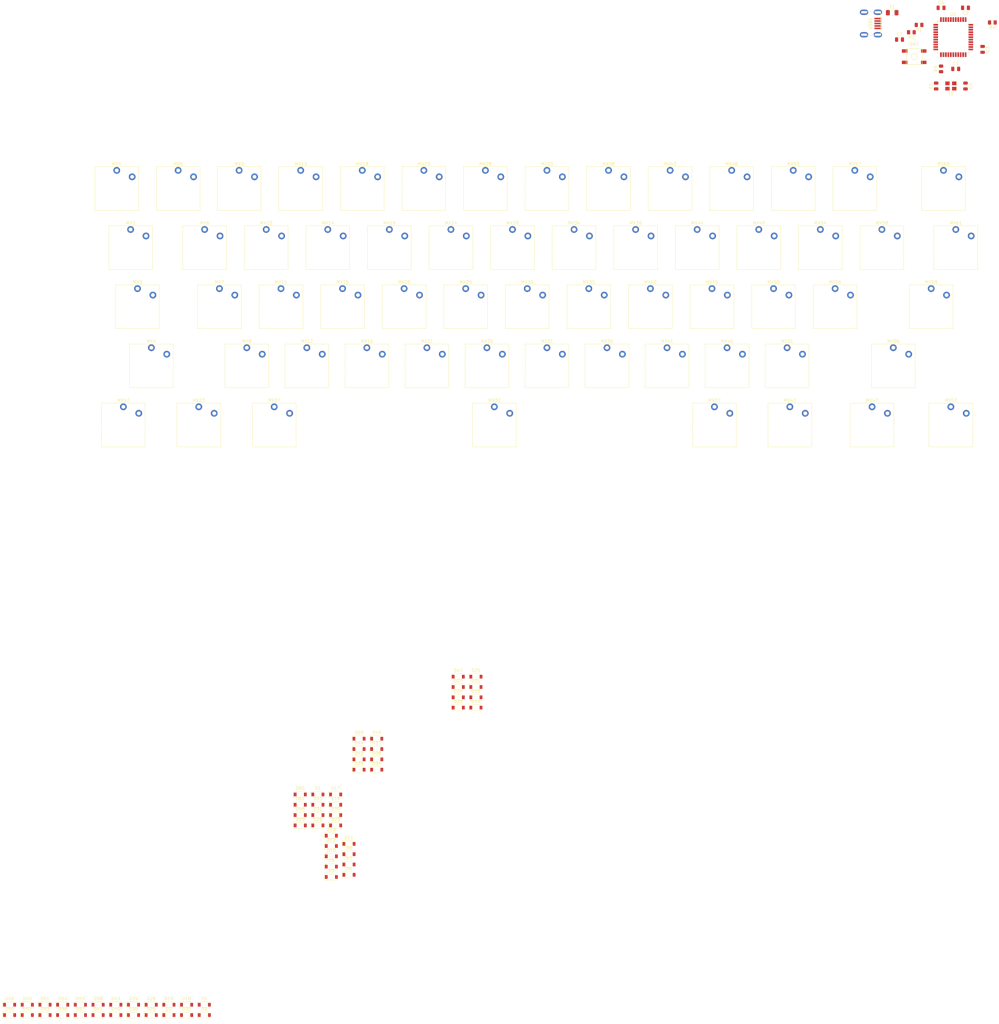
<source format=kicad_pcb>
(kicad_pcb (version 20171130) (host pcbnew "(5.1.10)-1")
  (layers (0 F.Cu signal) (31 B.Cu signal) (35 F.Paste user) (37 F.SilkS user) (38 B.Mask user) (39 F.Mask user) (44 Edge.Cuts user))
  (net 0 "")
  (net 1 "Net-(D1-Pad2)")
  (net 2 A)
  (net 3 "Net-(D2-Pad2)")
  (net 4 B)
  (net 5 "Net-(D3-Pad2)")
  (net 6 C)
  (net 7 "Net-(D4-Pad2)")
  (net 8 D)
  (net 9 "Net-(D5-Pad2)")
  (net 10 "Net-(D6-Pad2)")
  (net 11 "Net-(D7-Pad2)")
  (net 12 "Net-(D8-Pad2)")
  (net 13 "Net-(D9-Pad2)")
  (net 14 "Net-(D10-Pad2)")
  (net 15 "Net-(D11-Pad2)")
  (net 16 "Net-(D12-Pad2)")
  (net 17 "Net-(D13-Pad2)")
  (net 18 "Net-(D14-Pad2)")
  (net 19 "Net-(D15-Pad2)")
  (net 20 "Net-(D16-Pad2)")
  (net 21 "Net-(D17-Pad2)")
  (net 22 E)
  (net 23 "Net-(D18-Pad2)")
  (net 24 "Net-(D19-Pad2)")
  (net 25 "Net-(D20-Pad2)")
  (net 26 "Net-(D21-Pad2)")
  (net 27 "Net-(D22-Pad2)")
  (net 28 "Net-(D23-Pad2)")
  (net 29 "Net-(D24-Pad2)")
  (net 30 "Net-(D25-Pad2)")
  (net 31 "Net-(D26-Pad2)")
  (net 32 "Net-(D27-Pad2)")
  (net 33 "Net-(D28-Pad2)")
  (net 34 "Net-(D29-Pad2)")
  (net 35 "Net-(D30-Pad2)")
  (net 36 "Net-(D31-Pad2)")
  (net 37 "Net-(D32-Pad2)")
  (net 38 "Net-(D33-Pad2)")
  (net 39 "Net-(D34-Pad2)")
  (net 40 "Net-(D35-Pad2)")
  (net 41 "Net-(D36-Pad2)")
  (net 42 "Net-(D37-Pad2)")
  (net 43 "Net-(D38-Pad2)")
  (net 44 "Net-(D39-Pad2)")
  (net 45 "Net-(D40-Pad2)")
  (net 46 "Net-(D41-Pad2)")
  (net 47 "Net-(D42-Pad2)")
  (net 48 "Net-(D43-Pad2)")
  (net 49 "Net-(D44-Pad2)")
  (net 50 "Net-(D45-Pad2)")
  (net 51 "Net-(D46-Pad2)")
  (net 52 "Net-(D47-Pad2)")
  (net 53 "Net-(D48-Pad2)")
  (net 54 "Net-(D49-Pad2)")
  (net 55 "Net-(D50-Pad2)")
  (net 56 "Net-(D51-Pad2)")
  (net 57 "Net-(D52-Pad2)")
  (net 58 "Net-(D53-Pad2)")
  (net 59 "Net-(D54-Pad2)")
  (net 60 "Net-(D55-Pad2)")
  (net 61 "Net-(D56-Pad2)")
  (net 62 "Net-(D57-Pad2)")
  (net 63 "Net-(D58-Pad2)")
  (net 64 "Net-(D59-Pad2)")
  (net 65 "Net-(D60-Pad2)")
  (net 66 "Net-(D61-Pad2)")
  (net 67 1)
  (net 68 2)
  (net 69 3)
  (net 70 4)
  (net 71 5)
  (net 72 6)
  (net 73 7)
  (net 74 8)
  (net 75 9)
  (net 76 10)
  (net 77 11)
  (net 78 12)
  (net 79 13)
  (net 80 14)
  (net 81 GND)
  (net 82 +5V)
  (net 83 "Net-(C4-Pad1)")
  (net 84 "Net-(C5-Pad1)")
  (net 85 "Net-(C7-Pad1)")
  (net 86 VCC)
  (net 87 D-)
  (net 88 "Net-(R1-Pad1)")
  (net 89 D+)
  (net 90 "Net-(R2-Pad1)")
  (net 91 "Net-(R3-Pad2)")
  (net 92 "Net-(R4-Pad2)")
  (net 93 "Net-(U1-Pad42)")
  (net 94 "Net-(U1-Pad41)")
  (net 95 "Net-(U1-Pad40)")
  (net 96 "Net-(U1-Pad39)")
  (net 97 "Net-(U1-Pad38)")
  (net 98 "Net-(U1-Pad37)")
  (net 99 "Net-(U1-Pad36)")
  (net 100 "Net-(U1-Pad32)")
  (net 101 "Net-(U1-Pad31)")
  (net 102 "Net-(U1-Pad30)")
  (net 103 "Net-(U1-Pad29)")
  (net 104 "Net-(U1-Pad28)")
  (net 105 "Net-(U1-Pad27)")
  (net 106 "Net-(U1-Pad26)")
  (net 107 "Net-(U1-Pad25)")
  (net 108 "Net-(U1-Pad22)")
  (net 109 "Net-(U1-Pad21)")
  (net 110 "Net-(U1-Pad20)")
  (net 111 "Net-(U1-Pad19)")
  (net 112 "Net-(U1-Pad18)")
  (net 113 "Net-(U1-Pad12)")
  (net 114 "Net-(U1-Pad11)")
  (net 115 "Net-(U1-Pad10)")
  (net 116 "Net-(U1-Pad9)")
  (net 117 "Net-(U1-Pad8)")
  (net 118 "Net-(U1-Pad1)")
  (net 119 "Net-(USB1-Pad2)")
  (net 120 "Net-(USB1-Pad5)")
  (net 121 "Net-(USB1-Pad1)")
  (module Switch_Keyboard_Kailh:SW_Kailh_Choc_V1_1.00u (layer F.Cu) (at 137.05 96.8)
    (fp_text reference MX1 (at 0 -8) (layer F.SilkS))
    (fp_text value MX-NoLED)
    (pad "" np_thru_hole circle (at -5.22 4.2) (size 1.2 1.2) (drill 1.2) (layers *.Cu *.Mask))
    (pad "" np_thru_hole circle (at 5.5 0) (size 1.8 1.8) (drill 1.8) (layers *.Cu *.Mask))
    (pad "" np_thru_hole circle (at -5.5 0) (size 1.8 1.8) (drill 1.8) (layers *.Cu *.Mask))
    (pad "" np_thru_hole circle (at 0 0) (size 3.2 3.2) (drill 3.2) (layers *.Cu *.Mask))
    (pad 2 thru_hole circle (at 5 -3.8) (size 2.2 2.2) (drill 1.2) (layers *.Cu B.Mask) (net 1 "Net-(D1-Pad2)"))
    (pad 1 thru_hole circle (at 0 -5.9) (size 2.2 2.2) (drill 1.2) (layers *.Cu B.Mask) (net 67 1))
  )
  (module Switch_Keyboard_Kailh:SW_Kailh_Choc_V1_1.00u (layer F.Cu) (at 385.6 116)
    (fp_text reference MX58 (at 0 -8) (layer F.SilkS))
    (fp_text value MX-NoLED)
    (pad "" np_thru_hole circle (at -5.22 4.2) (size 1.2 1.2) (drill 1.2) (layers *.Cu *.Mask))
    (pad "" np_thru_hole circle (at 5.5 0) (size 1.8 1.8) (drill 1.8) (layers *.Cu *.Mask))
    (pad "" np_thru_hole circle (at -5.5 0) (size 1.8 1.8) (drill 1.8) (layers *.Cu *.Mask))
    (pad "" np_thru_hole circle (at 0 0) (size 3.2 3.2) (drill 3.2) (layers *.Cu *.Mask))
    (pad 2 thru_hole circle (at 5 -3.8) (size 2.2 2.2) (drill 1.2) (layers *.Cu B.Mask) (net 63 "Net-(D58-Pad2)"))
    (pad 1 thru_hole circle (at 0 -5.9) (size 2.2 2.2) (drill 1.2) (layers *.Cu B.Mask) (net 79 13))
  )
  (module Switch_Keyboard_Kailh:SW_Kailh_Choc_V1_1.00u (layer F.Cu) (at 376.8 96.8)
    (fp_text reference MX57 (at 0 -8) (layer F.SilkS))
    (fp_text value MX-NoLED)
    (pad "" np_thru_hole circle (at -5.22 4.2) (size 1.2 1.2) (drill 1.2) (layers *.Cu *.Mask))
    (pad "" np_thru_hole circle (at 5.5 0) (size 1.8 1.8) (drill 1.8) (layers *.Cu *.Mask))
    (pad "" np_thru_hole circle (at -5.5 0) (size 1.8 1.8) (drill 1.8) (layers *.Cu *.Mask))
    (pad "" np_thru_hole circle (at 0 0) (size 3.2 3.2) (drill 3.2) (layers *.Cu *.Mask))
    (pad 2 thru_hole circle (at 5 -3.8) (size 2.2 2.2) (drill 1.2) (layers *.Cu B.Mask) (net 62 "Net-(D57-Pad2)"))
    (pad 1 thru_hole circle (at 0 -5.9) (size 2.2 2.2) (drill 1.2) (layers *.Cu B.Mask) (net 79 13))
  )
  (module Switch_Keyboard_Kailh:SW_Kailh_Choc_V1_1.00u (layer F.Cu) (at 370.4 135.2)
    (fp_text reference MX55 (at 0 -8) (layer F.SilkS))
    (fp_text value MX-NoLED)
    (pad "" np_thru_hole circle (at -5.22 4.2) (size 1.2 1.2) (drill 1.2) (layers *.Cu *.Mask))
    (pad "" np_thru_hole circle (at 5.5 0) (size 1.8 1.8) (drill 1.8) (layers *.Cu *.Mask))
    (pad "" np_thru_hole circle (at -5.5 0) (size 1.8 1.8) (drill 1.8) (layers *.Cu *.Mask))
    (pad "" np_thru_hole circle (at 0 0) (size 3.2 3.2) (drill 3.2) (layers *.Cu *.Mask))
    (pad 2 thru_hole circle (at 5 -3.8) (size 2.2 2.2) (drill 1.2) (layers *.Cu B.Mask) (net 60 "Net-(D55-Pad2)"))
    (pad 1 thru_hole circle (at 0 -5.9) (size 2.2 2.2) (drill 1.2) (layers *.Cu B.Mask) (net 78 12))
  )
  (module Switch_Keyboard_Kailh:SW_Kailh_Choc_V1_1.00u (layer F.Cu) (at 365.6 116)
    (fp_text reference MX54 (at 0 -8) (layer F.SilkS))
    (fp_text value MX-NoLED)
    (pad "" np_thru_hole circle (at -5.22 4.2) (size 1.2 1.2) (drill 1.2) (layers *.Cu *.Mask))
    (pad "" np_thru_hole circle (at 5.5 0) (size 1.8 1.8) (drill 1.8) (layers *.Cu *.Mask))
    (pad "" np_thru_hole circle (at -5.5 0) (size 1.8 1.8) (drill 1.8) (layers *.Cu *.Mask))
    (pad "" np_thru_hole circle (at 0 0) (size 3.2 3.2) (drill 3.2) (layers *.Cu *.Mask))
    (pad 2 thru_hole circle (at 5 -3.8) (size 2.2 2.2) (drill 1.2) (layers *.Cu B.Mask) (net 59 "Net-(D54-Pad2)"))
    (pad 1 thru_hole circle (at 0 -5.9) (size 2.2 2.2) (drill 1.2) (layers *.Cu B.Mask) (net 78 12))
  )
  (module Switch_Keyboard_Kailh:SW_Kailh_Choc_V1_1.00u (layer F.Cu) (at 356.8 96.8)
    (fp_text reference MX53 (at 0 -8) (layer F.SilkS))
    (fp_text value MX-NoLED)
    (pad "" np_thru_hole circle (at -5.22 4.2) (size 1.2 1.2) (drill 1.2) (layers *.Cu *.Mask))
    (pad "" np_thru_hole circle (at 5.5 0) (size 1.8 1.8) (drill 1.8) (layers *.Cu *.Mask))
    (pad "" np_thru_hole circle (at -5.5 0) (size 1.8 1.8) (drill 1.8) (layers *.Cu *.Mask))
    (pad "" np_thru_hole circle (at 0 0) (size 3.2 3.2) (drill 3.2) (layers *.Cu *.Mask))
    (pad 2 thru_hole circle (at 5 -3.8) (size 2.2 2.2) (drill 1.2) (layers *.Cu B.Mask) (net 58 "Net-(D53-Pad2)"))
    (pad 1 thru_hole circle (at 0 -5.9) (size 2.2 2.2) (drill 1.2) (layers *.Cu B.Mask) (net 78 12))
  )
  (module Switch_Keyboard_Kailh:SW_Kailh_Choc_V1_1.00u (layer F.Cu) (at 354.8 154.4)
    (fp_text reference MX51 (at 0 -8) (layer F.SilkS))
    (fp_text value MX-NoLED)
    (pad "" np_thru_hole circle (at -5.22 4.2) (size 1.2 1.2) (drill 1.2) (layers *.Cu *.Mask))
    (pad "" np_thru_hole circle (at 5.5 0) (size 1.8 1.8) (drill 1.8) (layers *.Cu *.Mask))
    (pad "" np_thru_hole circle (at -5.5 0) (size 1.8 1.8) (drill 1.8) (layers *.Cu *.Mask))
    (pad "" np_thru_hole circle (at 0 0) (size 3.2 3.2) (drill 3.2) (layers *.Cu *.Mask))
    (pad 2 thru_hole circle (at 5 -3.8) (size 2.2 2.2) (drill 1.2) (layers *.Cu B.Mask) (net 56 "Net-(D51-Pad2)"))
    (pad 1 thru_hole circle (at 0 -5.9) (size 2.2 2.2) (drill 1.2) (layers *.Cu B.Mask) (net 77 11))
  )
  (module Switch_Keyboard_Kailh:SW_Kailh_Choc_V1_1.00u (layer F.Cu) (at 350.4 135.2)
    (fp_text reference MX50 (at 0 -8) (layer F.SilkS))
    (fp_text value MX-NoLED)
    (pad "" np_thru_hole circle (at -5.22 4.2) (size 1.2 1.2) (drill 1.2) (layers *.Cu *.Mask))
    (pad "" np_thru_hole circle (at 5.5 0) (size 1.8 1.8) (drill 1.8) (layers *.Cu *.Mask))
    (pad "" np_thru_hole circle (at -5.5 0) (size 1.8 1.8) (drill 1.8) (layers *.Cu *.Mask))
    (pad "" np_thru_hole circle (at 0 0) (size 3.2 3.2) (drill 3.2) (layers *.Cu *.Mask))
    (pad 2 thru_hole circle (at 5 -3.8) (size 2.2 2.2) (drill 1.2) (layers *.Cu B.Mask) (net 55 "Net-(D50-Pad2)"))
    (pad 1 thru_hole circle (at 0 -5.9) (size 2.2 2.2) (drill 1.2) (layers *.Cu B.Mask) (net 77 11))
  )
  (module Switch_Keyboard_Kailh:SW_Kailh_Choc_V1_1.00u (layer F.Cu) (at 345.6 116)
    (fp_text reference MX49 (at 0 -8) (layer F.SilkS))
    (fp_text value MX-NoLED)
    (pad "" np_thru_hole circle (at -5.22 4.2) (size 1.2 1.2) (drill 1.2) (layers *.Cu *.Mask))
    (pad "" np_thru_hole circle (at 5.5 0) (size 1.8 1.8) (drill 1.8) (layers *.Cu *.Mask))
    (pad "" np_thru_hole circle (at -5.5 0) (size 1.8 1.8) (drill 1.8) (layers *.Cu *.Mask))
    (pad "" np_thru_hole circle (at 0 0) (size 3.2 3.2) (drill 3.2) (layers *.Cu *.Mask))
    (pad 2 thru_hole circle (at 5 -3.8) (size 2.2 2.2) (drill 1.2) (layers *.Cu B.Mask) (net 54 "Net-(D49-Pad2)"))
    (pad 1 thru_hole circle (at 0 -5.9) (size 2.2 2.2) (drill 1.2) (layers *.Cu B.Mask) (net 77 11))
  )
  (module Switch_Keyboard_Kailh:SW_Kailh_Choc_V1_1.00u (layer F.Cu) (at 336.8 96.8)
    (fp_text reference MX48 (at 0 -8) (layer F.SilkS))
    (fp_text value MX-NoLED)
    (pad "" np_thru_hole circle (at -5.22 4.2) (size 1.2 1.2) (drill 1.2) (layers *.Cu *.Mask))
    (pad "" np_thru_hole circle (at 5.5 0) (size 1.8 1.8) (drill 1.8) (layers *.Cu *.Mask))
    (pad "" np_thru_hole circle (at -5.5 0) (size 1.8 1.8) (drill 1.8) (layers *.Cu *.Mask))
    (pad "" np_thru_hole circle (at 0 0) (size 3.2 3.2) (drill 3.2) (layers *.Cu *.Mask))
    (pad 2 thru_hole circle (at 5 -3.8) (size 2.2 2.2) (drill 1.2) (layers *.Cu B.Mask) (net 53 "Net-(D48-Pad2)"))
    (pad 1 thru_hole circle (at 0 -5.9) (size 2.2 2.2) (drill 1.2) (layers *.Cu B.Mask) (net 77 11))
  )
  (module Switch_Keyboard_Kailh:SW_Kailh_Choc_V1_1.00u (layer F.Cu) (at 335.3 154.4)
    (fp_text reference MX46 (at 0 -8) (layer F.SilkS))
    (fp_text value MX-NoLED)
    (pad "" np_thru_hole circle (at -5.22 4.2) (size 1.2 1.2) (drill 1.2) (layers *.Cu *.Mask))
    (pad "" np_thru_hole circle (at 5.5 0) (size 1.8 1.8) (drill 1.8) (layers *.Cu *.Mask))
    (pad "" np_thru_hole circle (at -5.5 0) (size 1.8 1.8) (drill 1.8) (layers *.Cu *.Mask))
    (pad "" np_thru_hole circle (at 0 0) (size 3.2 3.2) (drill 3.2) (layers *.Cu *.Mask))
    (pad 2 thru_hole circle (at 5 -3.8) (size 2.2 2.2) (drill 1.2) (layers *.Cu B.Mask) (net 51 "Net-(D46-Pad2)"))
    (pad 1 thru_hole circle (at 0 -5.9) (size 2.2 2.2) (drill 1.2) (layers *.Cu B.Mask) (net 76 10))
  )
  (module Switch_Keyboard_Kailh:SW_Kailh_Choc_V1_1.00u (layer F.Cu) (at 330.4 135.2)
    (fp_text reference MX45 (at 0 -8) (layer F.SilkS))
    (fp_text value MX-NoLED)
    (pad "" np_thru_hole circle (at -5.22 4.2) (size 1.2 1.2) (drill 1.2) (layers *.Cu *.Mask))
    (pad "" np_thru_hole circle (at 5.5 0) (size 1.8 1.8) (drill 1.8) (layers *.Cu *.Mask))
    (pad "" np_thru_hole circle (at -5.5 0) (size 1.8 1.8) (drill 1.8) (layers *.Cu *.Mask))
    (pad "" np_thru_hole circle (at 0 0) (size 3.2 3.2) (drill 3.2) (layers *.Cu *.Mask))
    (pad 2 thru_hole circle (at 5 -3.8) (size 2.2 2.2) (drill 1.2) (layers *.Cu B.Mask) (net 50 "Net-(D45-Pad2)"))
    (pad 1 thru_hole circle (at 0 -5.9) (size 2.2 2.2) (drill 1.2) (layers *.Cu B.Mask) (net 76 10))
  )
  (module Switch_Keyboard_Kailh:SW_Kailh_Choc_V1_1.00u (layer F.Cu) (at 325.6 116)
    (fp_text reference MX44 (at 0 -8) (layer F.SilkS))
    (fp_text value MX-NoLED)
    (pad "" np_thru_hole circle (at -5.22 4.2) (size 1.2 1.2) (drill 1.2) (layers *.Cu *.Mask))
    (pad "" np_thru_hole circle (at 5.5 0) (size 1.8 1.8) (drill 1.8) (layers *.Cu *.Mask))
    (pad "" np_thru_hole circle (at -5.5 0) (size 1.8 1.8) (drill 1.8) (layers *.Cu *.Mask))
    (pad "" np_thru_hole circle (at 0 0) (size 3.2 3.2) (drill 3.2) (layers *.Cu *.Mask))
    (pad 2 thru_hole circle (at 5 -3.8) (size 2.2 2.2) (drill 1.2) (layers *.Cu B.Mask) (net 49 "Net-(D44-Pad2)"))
    (pad 1 thru_hole circle (at 0 -5.9) (size 2.2 2.2) (drill 1.2) (layers *.Cu B.Mask) (net 76 10))
  )
  (module Switch_Keyboard_Kailh:SW_Kailh_Choc_V1_1.00u (layer F.Cu) (at 316.8 96.8)
    (fp_text reference MX43 (at 0 -8) (layer F.SilkS))
    (fp_text value MX-NoLED)
    (pad "" np_thru_hole circle (at -5.22 4.2) (size 1.2 1.2) (drill 1.2) (layers *.Cu *.Mask))
    (pad "" np_thru_hole circle (at 5.5 0) (size 1.8 1.8) (drill 1.8) (layers *.Cu *.Mask))
    (pad "" np_thru_hole circle (at -5.5 0) (size 1.8 1.8) (drill 1.8) (layers *.Cu *.Mask))
    (pad "" np_thru_hole circle (at 0 0) (size 3.2 3.2) (drill 3.2) (layers *.Cu *.Mask))
    (pad 2 thru_hole circle (at 5 -3.8) (size 2.2 2.2) (drill 1.2) (layers *.Cu B.Mask) (net 48 "Net-(D43-Pad2)"))
    (pad 1 thru_hole circle (at 0 -5.9) (size 2.2 2.2) (drill 1.2) (layers *.Cu B.Mask) (net 76 10))
  )
  (module Switch_Keyboard_Kailh:SW_Kailh_Choc_V1_1.00u (layer F.Cu) (at 315.8 154.4)
    (fp_text reference MX41 (at 0 -8) (layer F.SilkS))
    (fp_text value MX-NoLED)
    (pad "" np_thru_hole circle (at -5.22 4.2) (size 1.2 1.2) (drill 1.2) (layers *.Cu *.Mask))
    (pad "" np_thru_hole circle (at 5.5 0) (size 1.8 1.8) (drill 1.8) (layers *.Cu *.Mask))
    (pad "" np_thru_hole circle (at -5.5 0) (size 1.8 1.8) (drill 1.8) (layers *.Cu *.Mask))
    (pad "" np_thru_hole circle (at 0 0) (size 3.2 3.2) (drill 3.2) (layers *.Cu *.Mask))
    (pad 2 thru_hole circle (at 5 -3.8) (size 2.2 2.2) (drill 1.2) (layers *.Cu B.Mask) (net 46 "Net-(D41-Pad2)"))
    (pad 1 thru_hole circle (at 0 -5.9) (size 2.2 2.2) (drill 1.2) (layers *.Cu B.Mask) (net 75 9))
  )
  (module Switch_Keyboard_Kailh:SW_Kailh_Choc_V1_1.00u (layer F.Cu) (at 310.4 135.2)
    (fp_text reference MX40 (at 0 -8) (layer F.SilkS))
    (fp_text value MX-NoLED)
    (pad "" np_thru_hole circle (at -5.22 4.2) (size 1.2 1.2) (drill 1.2) (layers *.Cu *.Mask))
    (pad "" np_thru_hole circle (at 5.5 0) (size 1.8 1.8) (drill 1.8) (layers *.Cu *.Mask))
    (pad "" np_thru_hole circle (at -5.5 0) (size 1.8 1.8) (drill 1.8) (layers *.Cu *.Mask))
    (pad "" np_thru_hole circle (at 0 0) (size 3.2 3.2) (drill 3.2) (layers *.Cu *.Mask))
    (pad 2 thru_hole circle (at 5 -3.8) (size 2.2 2.2) (drill 1.2) (layers *.Cu B.Mask) (net 45 "Net-(D40-Pad2)"))
    (pad 1 thru_hole circle (at 0 -5.9) (size 2.2 2.2) (drill 1.2) (layers *.Cu B.Mask) (net 75 9))
  )
  (module Switch_Keyboard_Kailh:SW_Kailh_Choc_V1_1.00u (layer F.Cu) (at 305.6 116)
    (fp_text reference MX39 (at 0 -8) (layer F.SilkS))
    (fp_text value MX-NoLED)
    (pad "" np_thru_hole circle (at -5.22 4.2) (size 1.2 1.2) (drill 1.2) (layers *.Cu *.Mask))
    (pad "" np_thru_hole circle (at 5.5 0) (size 1.8 1.8) (drill 1.8) (layers *.Cu *.Mask))
    (pad "" np_thru_hole circle (at -5.5 0) (size 1.8 1.8) (drill 1.8) (layers *.Cu *.Mask))
    (pad "" np_thru_hole circle (at 0 0) (size 3.2 3.2) (drill 3.2) (layers *.Cu *.Mask))
    (pad 2 thru_hole circle (at 5 -3.8) (size 2.2 2.2) (drill 1.2) (layers *.Cu B.Mask) (net 44 "Net-(D39-Pad2)"))
    (pad 1 thru_hole circle (at 0 -5.9) (size 2.2 2.2) (drill 1.2) (layers *.Cu B.Mask) (net 75 9))
  )
  (module Switch_Keyboard_Kailh:SW_Kailh_Choc_V1_1.00u (layer F.Cu) (at 296.8 96.8)
    (fp_text reference MX38 (at 0 -8) (layer F.SilkS))
    (fp_text value MX-NoLED)
    (pad "" np_thru_hole circle (at -5.22 4.2) (size 1.2 1.2) (drill 1.2) (layers *.Cu *.Mask))
    (pad "" np_thru_hole circle (at 5.5 0) (size 1.8 1.8) (drill 1.8) (layers *.Cu *.Mask))
    (pad "" np_thru_hole circle (at -5.5 0) (size 1.8 1.8) (drill 1.8) (layers *.Cu *.Mask))
    (pad "" np_thru_hole circle (at 0 0) (size 3.2 3.2) (drill 3.2) (layers *.Cu *.Mask))
    (pad 2 thru_hole circle (at 5 -3.8) (size 2.2 2.2) (drill 1.2) (layers *.Cu B.Mask) (net 43 "Net-(D38-Pad2)"))
    (pad 1 thru_hole circle (at 0 -5.9) (size 2.2 2.2) (drill 1.2) (layers *.Cu B.Mask) (net 75 9))
  )
  (module Switch_Keyboard_Kailh:SW_Kailh_Choc_V1_1.00u (layer F.Cu) (at 296.3 154.4)
    (fp_text reference MX36 (at 0 -8) (layer F.SilkS))
    (fp_text value MX-NoLED)
    (pad "" np_thru_hole circle (at -5.22 4.2) (size 1.2 1.2) (drill 1.2) (layers *.Cu *.Mask))
    (pad "" np_thru_hole circle (at 5.5 0) (size 1.8 1.8) (drill 1.8) (layers *.Cu *.Mask))
    (pad "" np_thru_hole circle (at -5.5 0) (size 1.8 1.8) (drill 1.8) (layers *.Cu *.Mask))
    (pad "" np_thru_hole circle (at 0 0) (size 3.2 3.2) (drill 3.2) (layers *.Cu *.Mask))
    (pad 2 thru_hole circle (at 5 -3.8) (size 2.2 2.2) (drill 1.2) (layers *.Cu B.Mask) (net 41 "Net-(D36-Pad2)"))
    (pad 1 thru_hole circle (at 0 -5.9) (size 2.2 2.2) (drill 1.2) (layers *.Cu B.Mask) (net 74 8))
  )
  (module Switch_Keyboard_Kailh:SW_Kailh_Choc_V1_1.00u (layer F.Cu) (at 290.4 135.2)
    (fp_text reference MX35 (at 0 -8) (layer F.SilkS))
    (fp_text value MX-NoLED)
    (pad "" np_thru_hole circle (at -5.22 4.2) (size 1.2 1.2) (drill 1.2) (layers *.Cu *.Mask))
    (pad "" np_thru_hole circle (at 5.5 0) (size 1.8 1.8) (drill 1.8) (layers *.Cu *.Mask))
    (pad "" np_thru_hole circle (at -5.5 0) (size 1.8 1.8) (drill 1.8) (layers *.Cu *.Mask))
    (pad "" np_thru_hole circle (at 0 0) (size 3.2 3.2) (drill 3.2) (layers *.Cu *.Mask))
    (pad 2 thru_hole circle (at 5 -3.8) (size 2.2 2.2) (drill 1.2) (layers *.Cu B.Mask) (net 40 "Net-(D35-Pad2)"))
    (pad 1 thru_hole circle (at 0 -5.9) (size 2.2 2.2) (drill 1.2) (layers *.Cu B.Mask) (net 74 8))
  )
  (module Switch_Keyboard_Kailh:SW_Kailh_Choc_V1_1.00u (layer F.Cu) (at 285.6 116)
    (fp_text reference MX34 (at 0 -8) (layer F.SilkS))
    (fp_text value MX-NoLED)
    (pad "" np_thru_hole circle (at -5.22 4.2) (size 1.2 1.2) (drill 1.2) (layers *.Cu *.Mask))
    (pad "" np_thru_hole circle (at 5.5 0) (size 1.8 1.8) (drill 1.8) (layers *.Cu *.Mask))
    (pad "" np_thru_hole circle (at -5.5 0) (size 1.8 1.8) (drill 1.8) (layers *.Cu *.Mask))
    (pad "" np_thru_hole circle (at 0 0) (size 3.2 3.2) (drill 3.2) (layers *.Cu *.Mask))
    (pad 2 thru_hole circle (at 5 -3.8) (size 2.2 2.2) (drill 1.2) (layers *.Cu B.Mask) (net 39 "Net-(D34-Pad2)"))
    (pad 1 thru_hole circle (at 0 -5.9) (size 2.2 2.2) (drill 1.2) (layers *.Cu B.Mask) (net 74 8))
  )
  (module Switch_Keyboard_Kailh:SW_Kailh_Choc_V1_1.00u (layer F.Cu) (at 276.8 96.8)
    (fp_text reference MX33 (at 0 -8) (layer F.SilkS))
    (fp_text value MX-NoLED)
    (pad "" np_thru_hole circle (at -5.22 4.2) (size 1.2 1.2) (drill 1.2) (layers *.Cu *.Mask))
    (pad "" np_thru_hole circle (at 5.5 0) (size 1.8 1.8) (drill 1.8) (layers *.Cu *.Mask))
    (pad "" np_thru_hole circle (at -5.5 0) (size 1.8 1.8) (drill 1.8) (layers *.Cu *.Mask))
    (pad "" np_thru_hole circle (at 0 0) (size 3.2 3.2) (drill 3.2) (layers *.Cu *.Mask))
    (pad 2 thru_hole circle (at 5 -3.8) (size 2.2 2.2) (drill 1.2) (layers *.Cu B.Mask) (net 38 "Net-(D33-Pad2)"))
    (pad 1 thru_hole circle (at 0 -5.9) (size 2.2 2.2) (drill 1.2) (layers *.Cu B.Mask) (net 74 8))
  )
  (module Switch_Keyboard_Kailh:SW_Kailh_Choc_V1_1.00u (layer F.Cu) (at 276.8 154.4)
    (fp_text reference MX31 (at 0 -8) (layer F.SilkS))
    (fp_text value MX-NoLED)
    (pad "" np_thru_hole circle (at -5.22 4.2) (size 1.2 1.2) (drill 1.2) (layers *.Cu *.Mask))
    (pad "" np_thru_hole circle (at 5.5 0) (size 1.8 1.8) (drill 1.8) (layers *.Cu *.Mask))
    (pad "" np_thru_hole circle (at -5.5 0) (size 1.8 1.8) (drill 1.8) (layers *.Cu *.Mask))
    (pad "" np_thru_hole circle (at 0 0) (size 3.2 3.2) (drill 3.2) (layers *.Cu *.Mask))
    (pad 2 thru_hole circle (at 5 -3.8) (size 2.2 2.2) (drill 1.2) (layers *.Cu B.Mask) (net 36 "Net-(D31-Pad2)"))
    (pad 1 thru_hole circle (at 0 -5.9) (size 2.2 2.2) (drill 1.2) (layers *.Cu B.Mask) (net 73 7))
  )
  (module Switch_Keyboard_Kailh:SW_Kailh_Choc_V1_1.00u (layer F.Cu) (at 270.4 135.2)
    (fp_text reference MX30 (at 0 -8) (layer F.SilkS))
    (fp_text value MX-NoLED)
    (pad "" np_thru_hole circle (at -5.22 4.2) (size 1.2 1.2) (drill 1.2) (layers *.Cu *.Mask))
    (pad "" np_thru_hole circle (at 5.5 0) (size 1.8 1.8) (drill 1.8) (layers *.Cu *.Mask))
    (pad "" np_thru_hole circle (at -5.5 0) (size 1.8 1.8) (drill 1.8) (layers *.Cu *.Mask))
    (pad "" np_thru_hole circle (at 0 0) (size 3.2 3.2) (drill 3.2) (layers *.Cu *.Mask))
    (pad 2 thru_hole circle (at 5 -3.8) (size 2.2 2.2) (drill 1.2) (layers *.Cu B.Mask) (net 35 "Net-(D30-Pad2)"))
    (pad 1 thru_hole circle (at 0 -5.9) (size 2.2 2.2) (drill 1.2) (layers *.Cu B.Mask) (net 73 7))
  )
  (module Switch_Keyboard_Kailh:SW_Kailh_Choc_V1_1.00u (layer F.Cu) (at 265.6 116)
    (fp_text reference MX29 (at 0 -8) (layer F.SilkS))
    (fp_text value MX-NoLED)
    (pad "" np_thru_hole circle (at -5.22 4.2) (size 1.2 1.2) (drill 1.2) (layers *.Cu *.Mask))
    (pad "" np_thru_hole circle (at 5.5 0) (size 1.8 1.8) (drill 1.8) (layers *.Cu *.Mask))
    (pad "" np_thru_hole circle (at -5.5 0) (size 1.8 1.8) (drill 1.8) (layers *.Cu *.Mask))
    (pad "" np_thru_hole circle (at 0 0) (size 3.2 3.2) (drill 3.2) (layers *.Cu *.Mask))
    (pad 2 thru_hole circle (at 5 -3.8) (size 2.2 2.2) (drill 1.2) (layers *.Cu B.Mask) (net 34 "Net-(D29-Pad2)"))
    (pad 1 thru_hole circle (at 0 -5.9) (size 2.2 2.2) (drill 1.2) (layers *.Cu B.Mask) (net 73 7))
  )
  (module Switch_Keyboard_Kailh:SW_Kailh_Choc_V1_1.00u (layer F.Cu) (at 256.8 96.8)
    (fp_text reference MX28 (at 0 -8) (layer F.SilkS))
    (fp_text value MX-NoLED)
    (pad "" np_thru_hole circle (at -5.22 4.2) (size 1.2 1.2) (drill 1.2) (layers *.Cu *.Mask))
    (pad "" np_thru_hole circle (at 5.5 0) (size 1.8 1.8) (drill 1.8) (layers *.Cu *.Mask))
    (pad "" np_thru_hole circle (at -5.5 0) (size 1.8 1.8) (drill 1.8) (layers *.Cu *.Mask))
    (pad "" np_thru_hole circle (at 0 0) (size 3.2 3.2) (drill 3.2) (layers *.Cu *.Mask))
    (pad 2 thru_hole circle (at 5 -3.8) (size 2.2 2.2) (drill 1.2) (layers *.Cu B.Mask) (net 33 "Net-(D28-Pad2)"))
    (pad 1 thru_hole circle (at 0 -5.9) (size 2.2 2.2) (drill 1.2) (layers *.Cu B.Mask) (net 73 7))
  )
  (module Switch_Keyboard_Kailh:SW_Kailh_Choc_V1_1.00u (layer F.Cu) (at 257.3 154.4)
    (fp_text reference MX26 (at 0 -8) (layer F.SilkS))
    (fp_text value MX-NoLED)
    (pad "" np_thru_hole circle (at -5.22 4.2) (size 1.2 1.2) (drill 1.2) (layers *.Cu *.Mask))
    (pad "" np_thru_hole circle (at 5.5 0) (size 1.8 1.8) (drill 1.8) (layers *.Cu *.Mask))
    (pad "" np_thru_hole circle (at -5.5 0) (size 1.8 1.8) (drill 1.8) (layers *.Cu *.Mask))
    (pad "" np_thru_hole circle (at 0 0) (size 3.2 3.2) (drill 3.2) (layers *.Cu *.Mask))
    (pad 2 thru_hole circle (at 5 -3.8) (size 2.2 2.2) (drill 1.2) (layers *.Cu B.Mask) (net 31 "Net-(D26-Pad2)"))
    (pad 1 thru_hole circle (at 0 -5.9) (size 2.2 2.2) (drill 1.2) (layers *.Cu B.Mask) (net 72 6))
  )
  (module Switch_Keyboard_Kailh:SW_Kailh_Choc_V1_1.00u (layer F.Cu) (at 250.4 135.2)
    (fp_text reference MX25 (at 0 -8) (layer F.SilkS))
    (fp_text value MX-NoLED)
    (pad "" np_thru_hole circle (at -5.22 4.2) (size 1.2 1.2) (drill 1.2) (layers *.Cu *.Mask))
    (pad "" np_thru_hole circle (at 5.5 0) (size 1.8 1.8) (drill 1.8) (layers *.Cu *.Mask))
    (pad "" np_thru_hole circle (at -5.5 0) (size 1.8 1.8) (drill 1.8) (layers *.Cu *.Mask))
    (pad "" np_thru_hole circle (at 0 0) (size 3.2 3.2) (drill 3.2) (layers *.Cu *.Mask))
    (pad 2 thru_hole circle (at 5 -3.8) (size 2.2 2.2) (drill 1.2) (layers *.Cu B.Mask) (net 30 "Net-(D25-Pad2)"))
    (pad 1 thru_hole circle (at 0 -5.9) (size 2.2 2.2) (drill 1.2) (layers *.Cu B.Mask) (net 72 6))
  )
  (module Switch_Keyboard_Kailh:SW_Kailh_Choc_V1_1.00u (layer F.Cu) (at 245.6 116)
    (fp_text reference MX24 (at 0 -8) (layer F.SilkS))
    (fp_text value MX-NoLED)
    (pad "" np_thru_hole circle (at -5.22 4.2) (size 1.2 1.2) (drill 1.2) (layers *.Cu *.Mask))
    (pad "" np_thru_hole circle (at 5.5 0) (size 1.8 1.8) (drill 1.8) (layers *.Cu *.Mask))
    (pad "" np_thru_hole circle (at -5.5 0) (size 1.8 1.8) (drill 1.8) (layers *.Cu *.Mask))
    (pad "" np_thru_hole circle (at 0 0) (size 3.2 3.2) (drill 3.2) (layers *.Cu *.Mask))
    (pad 2 thru_hole circle (at 5 -3.8) (size 2.2 2.2) (drill 1.2) (layers *.Cu B.Mask) (net 29 "Net-(D24-Pad2)"))
    (pad 1 thru_hole circle (at 0 -5.9) (size 2.2 2.2) (drill 1.2) (layers *.Cu B.Mask) (net 72 6))
  )
  (module Switch_Keyboard_Kailh:SW_Kailh_Choc_V1_1.00u (layer F.Cu) (at 236.8 96.8)
    (fp_text reference MX23 (at 0 -8) (layer F.SilkS))
    (fp_text value MX-NoLED)
    (pad "" np_thru_hole circle (at -5.22 4.2) (size 1.2 1.2) (drill 1.2) (layers *.Cu *.Mask))
    (pad "" np_thru_hole circle (at 5.5 0) (size 1.8 1.8) (drill 1.8) (layers *.Cu *.Mask))
    (pad "" np_thru_hole circle (at -5.5 0) (size 1.8 1.8) (drill 1.8) (layers *.Cu *.Mask))
    (pad "" np_thru_hole circle (at 0 0) (size 3.2 3.2) (drill 3.2) (layers *.Cu *.Mask))
    (pad 2 thru_hole circle (at 5 -3.8) (size 2.2 2.2) (drill 1.2) (layers *.Cu B.Mask) (net 28 "Net-(D23-Pad2)"))
    (pad 1 thru_hole circle (at 0 -5.9) (size 2.2 2.2) (drill 1.2) (layers *.Cu B.Mask) (net 72 6))
  )
  (module Switch_Keyboard_Kailh:SW_Kailh_Choc_V1_1.00u (layer F.Cu) (at 237.8 154.4)
    (fp_text reference MX21 (at 0 -8) (layer F.SilkS))
    (fp_text value MX-NoLED)
    (pad "" np_thru_hole circle (at -5.22 4.2) (size 1.2 1.2) (drill 1.2) (layers *.Cu *.Mask))
    (pad "" np_thru_hole circle (at 5.5 0) (size 1.8 1.8) (drill 1.8) (layers *.Cu *.Mask))
    (pad "" np_thru_hole circle (at -5.5 0) (size 1.8 1.8) (drill 1.8) (layers *.Cu *.Mask))
    (pad "" np_thru_hole circle (at 0 0) (size 3.2 3.2) (drill 3.2) (layers *.Cu *.Mask))
    (pad 2 thru_hole circle (at 5 -3.8) (size 2.2 2.2) (drill 1.2) (layers *.Cu B.Mask) (net 26 "Net-(D21-Pad2)"))
    (pad 1 thru_hole circle (at 0 -5.9) (size 2.2 2.2) (drill 1.2) (layers *.Cu B.Mask) (net 71 5))
  )
  (module Switch_Keyboard_Kailh:SW_Kailh_Choc_V1_1.00u (layer F.Cu) (at 230.4 135.2)
    (fp_text reference MX20 (at 0 -8) (layer F.SilkS))
    (fp_text value MX-NoLED)
    (pad "" np_thru_hole circle (at -5.22 4.2) (size 1.2 1.2) (drill 1.2) (layers *.Cu *.Mask))
    (pad "" np_thru_hole circle (at 5.5 0) (size 1.8 1.8) (drill 1.8) (layers *.Cu *.Mask))
    (pad "" np_thru_hole circle (at -5.5 0) (size 1.8 1.8) (drill 1.8) (layers *.Cu *.Mask))
    (pad "" np_thru_hole circle (at 0 0) (size 3.2 3.2) (drill 3.2) (layers *.Cu *.Mask))
    (pad 2 thru_hole circle (at 5 -3.8) (size 2.2 2.2) (drill 1.2) (layers *.Cu B.Mask) (net 25 "Net-(D20-Pad2)"))
    (pad 1 thru_hole circle (at 0 -5.9) (size 2.2 2.2) (drill 1.2) (layers *.Cu B.Mask) (net 71 5))
  )
  (module Switch_Keyboard_Kailh:SW_Kailh_Choc_V1_1.00u (layer F.Cu) (at 225.6 116)
    (fp_text reference MX19 (at 0 -8) (layer F.SilkS))
    (fp_text value MX-NoLED)
    (pad 1 thru_hole circle (at 0 -5.9) (size 2.2 2.2) (drill 1.2) (layers *.Cu B.Mask) (net 71 5))
    (pad 2 thru_hole circle (at 5 -3.8) (size 2.2 2.2) (drill 1.2) (layers *.Cu B.Mask) (net 24 "Net-(D19-Pad2)"))
    (pad "" np_thru_hole circle (at 0 0) (size 3.2 3.2) (drill 3.2) (layers *.Cu *.Mask))
    (pad "" np_thru_hole circle (at -5.5 0) (size 1.8 1.8) (drill 1.8) (layers *.Cu *.Mask))
    (pad "" np_thru_hole circle (at 5.5 0) (size 1.8 1.8) (drill 1.8) (layers *.Cu *.Mask))
    (pad "" np_thru_hole circle (at -5.22 4.2) (size 1.2 1.2) (drill 1.2) (layers *.Cu *.Mask))
  )
  (module Switch_Keyboard_Kailh:SW_Kailh_Choc_V1_1.00u (layer F.Cu) (at 216.8 96.8)
    (fp_text reference MX18 (at 0 -8) (layer F.SilkS))
    (fp_text value MX-NoLED)
    (pad "" np_thru_hole circle (at -5.22 4.2) (size 1.2 1.2) (drill 1.2) (layers *.Cu *.Mask))
    (pad "" np_thru_hole circle (at 5.5 0) (size 1.8 1.8) (drill 1.8) (layers *.Cu *.Mask))
    (pad "" np_thru_hole circle (at -5.5 0) (size 1.8 1.8) (drill 1.8) (layers *.Cu *.Mask))
    (pad "" np_thru_hole circle (at 0 0) (size 3.2 3.2) (drill 3.2) (layers *.Cu *.Mask))
    (pad 2 thru_hole circle (at 5 -3.8) (size 2.2 2.2) (drill 1.2) (layers *.Cu B.Mask) (net 23 "Net-(D18-Pad2)"))
    (pad 1 thru_hole circle (at 0 -5.9) (size 2.2 2.2) (drill 1.2) (layers *.Cu B.Mask) (net 71 5))
  )
  (module Switch_Keyboard_Kailh:SW_Kailh_Choc_V1_1.00u (layer F.Cu) (at 218.3 154.4)
    (fp_text reference MX16 (at 0 -8) (layer F.SilkS))
    (fp_text value MX-NoLED)
    (pad "" np_thru_hole circle (at -5.22 4.2) (size 1.2 1.2) (drill 1.2) (layers *.Cu *.Mask))
    (pad "" np_thru_hole circle (at 5.5 0) (size 1.8 1.8) (drill 1.8) (layers *.Cu *.Mask))
    (pad "" np_thru_hole circle (at -5.5 0) (size 1.8 1.8) (drill 1.8) (layers *.Cu *.Mask))
    (pad "" np_thru_hole circle (at 0 0) (size 3.2 3.2) (drill 3.2) (layers *.Cu *.Mask))
    (pad 2 thru_hole circle (at 5 -3.8) (size 2.2 2.2) (drill 1.2) (layers *.Cu B.Mask) (net 20 "Net-(D16-Pad2)"))
    (pad 1 thru_hole circle (at 0 -5.9) (size 2.2 2.2) (drill 1.2) (layers *.Cu B.Mask) (net 70 4))
  )
  (module Switch_Keyboard_Kailh:SW_Kailh_Choc_V1_1.00u (layer F.Cu) (at 210.4 135.2)
    (fp_text reference MX15 (at 0 -8) (layer F.SilkS))
    (fp_text value MX-NoLED)
    (pad "" np_thru_hole circle (at -5.22 4.2) (size 1.2 1.2) (drill 1.2) (layers *.Cu *.Mask))
    (pad "" np_thru_hole circle (at 5.5 0) (size 1.8 1.8) (drill 1.8) (layers *.Cu *.Mask))
    (pad "" np_thru_hole circle (at -5.5 0) (size 1.8 1.8) (drill 1.8) (layers *.Cu *.Mask))
    (pad "" np_thru_hole circle (at 0 0) (size 3.2 3.2) (drill 3.2) (layers *.Cu *.Mask))
    (pad 2 thru_hole circle (at 5 -3.8) (size 2.2 2.2) (drill 1.2) (layers *.Cu B.Mask) (net 19 "Net-(D15-Pad2)"))
    (pad 1 thru_hole circle (at 0 -5.9) (size 2.2 2.2) (drill 1.2) (layers *.Cu B.Mask) (net 70 4))
  )
  (module Switch_Keyboard_Kailh:SW_Kailh_Choc_V1_1.00u (layer F.Cu) (at 205.6 116)
    (fp_text reference MX14 (at 0 -8) (layer F.SilkS))
    (fp_text value MX-NoLED)
    (pad "" np_thru_hole circle (at -5.22 4.2) (size 1.2 1.2) (drill 1.2) (layers *.Cu *.Mask))
    (pad "" np_thru_hole circle (at 5.5 0) (size 1.8 1.8) (drill 1.8) (layers *.Cu *.Mask))
    (pad "" np_thru_hole circle (at -5.5 0) (size 1.8 1.8) (drill 1.8) (layers *.Cu *.Mask))
    (pad "" np_thru_hole circle (at 0 0) (size 3.2 3.2) (drill 3.2) (layers *.Cu *.Mask))
    (pad 2 thru_hole circle (at 5 -3.8) (size 2.2 2.2) (drill 1.2) (layers *.Cu B.Mask) (net 18 "Net-(D14-Pad2)"))
    (pad 1 thru_hole circle (at 0 -5.9) (size 2.2 2.2) (drill 1.2) (layers *.Cu B.Mask) (net 70 4))
  )
  (module Switch_Keyboard_Kailh:SW_Kailh_Choc_V1_1.00u (layer F.Cu) (at 196.8 96.8)
    (fp_text reference MX13 (at 0 -8) (layer F.SilkS))
    (fp_text value MX-NoLED)
    (pad "" np_thru_hole circle (at -5.22 4.2) (size 1.2 1.2) (drill 1.2) (layers *.Cu *.Mask))
    (pad "" np_thru_hole circle (at 5.5 0) (size 1.8 1.8) (drill 1.8) (layers *.Cu *.Mask))
    (pad "" np_thru_hole circle (at -5.5 0) (size 1.8 1.8) (drill 1.8) (layers *.Cu *.Mask))
    (pad "" np_thru_hole circle (at 0 0) (size 3.2 3.2) (drill 3.2) (layers *.Cu *.Mask))
    (pad 2 thru_hole circle (at 5 -3.8) (size 2.2 2.2) (drill 1.2) (layers *.Cu B.Mask) (net 17 "Net-(D13-Pad2)"))
    (pad 1 thru_hole circle (at 0 -5.9) (size 2.2 2.2) (drill 1.2) (layers *.Cu B.Mask) (net 70 4))
  )
  (module Switch_Keyboard_Kailh:SW_Kailh_Choc_V1_1.00u (layer F.Cu) (at 198.8 154.4)
    (fp_text reference MX12 (at 0 -8) (layer F.SilkS))
    (fp_text value MX-NoLED)
    (pad "" np_thru_hole circle (at -5.22 4.2) (size 1.2 1.2) (drill 1.2) (layers *.Cu *.Mask))
    (pad "" np_thru_hole circle (at 5.5 0) (size 1.8 1.8) (drill 1.8) (layers *.Cu *.Mask))
    (pad "" np_thru_hole circle (at -5.5 0) (size 1.8 1.8) (drill 1.8) (layers *.Cu *.Mask))
    (pad "" np_thru_hole circle (at 0 0) (size 3.2 3.2) (drill 3.2) (layers *.Cu *.Mask))
    (pad 2 thru_hole circle (at 5 -3.8) (size 2.2 2.2) (drill 1.2) (layers *.Cu B.Mask) (net 16 "Net-(D12-Pad2)"))
    (pad 1 thru_hole circle (at 0 -5.9) (size 2.2 2.2) (drill 1.2) (layers *.Cu B.Mask) (net 69 3))
  )
  (module Switch_Keyboard_Kailh:SW_Kailh_Choc_V1_1.00u (layer F.Cu) (at 190.4 135.2)
    (fp_text reference MX11 (at 0 -8) (layer F.SilkS))
    (fp_text value MX-NoLED)
    (pad "" np_thru_hole circle (at -5.22 4.2) (size 1.2 1.2) (drill 1.2) (layers *.Cu *.Mask))
    (pad "" np_thru_hole circle (at 5.5 0) (size 1.8 1.8) (drill 1.8) (layers *.Cu *.Mask))
    (pad "" np_thru_hole circle (at -5.5 0) (size 1.8 1.8) (drill 1.8) (layers *.Cu *.Mask))
    (pad "" np_thru_hole circle (at 0 0) (size 3.2 3.2) (drill 3.2) (layers *.Cu *.Mask))
    (pad 2 thru_hole circle (at 5 -3.8) (size 2.2 2.2) (drill 1.2) (layers *.Cu B.Mask) (net 15 "Net-(D11-Pad2)"))
    (pad 1 thru_hole circle (at 0 -5.9) (size 2.2 2.2) (drill 1.2) (layers *.Cu B.Mask) (net 69 3))
  )
  (module Switch_Keyboard_Kailh:SW_Kailh_Choc_V1_1.00u (layer F.Cu) (at 185.6 116)
    (fp_text reference MX10 (at 0 -8) (layer F.SilkS))
    (fp_text value MX-NoLED)
    (pad "" np_thru_hole circle (at -5.22 4.2) (size 1.2 1.2) (drill 1.2) (layers *.Cu *.Mask))
    (pad "" np_thru_hole circle (at 5.5 0) (size 1.8 1.8) (drill 1.8) (layers *.Cu *.Mask))
    (pad "" np_thru_hole circle (at -5.5 0) (size 1.8 1.8) (drill 1.8) (layers *.Cu *.Mask))
    (pad "" np_thru_hole circle (at 0 0) (size 3.2 3.2) (drill 3.2) (layers *.Cu *.Mask))
    (pad 2 thru_hole circle (at 5 -3.8) (size 2.2 2.2) (drill 1.2) (layers *.Cu B.Mask) (net 14 "Net-(D10-Pad2)"))
    (pad 1 thru_hole circle (at 0 -5.9) (size 2.2 2.2) (drill 1.2) (layers *.Cu B.Mask) (net 69 3))
  )
  (module Switch_Keyboard_Kailh:SW_Kailh_Choc_V1_1.00u (layer F.Cu) (at 176.8 96.8)
    (fp_text reference MX9 (at 0 -8) (layer F.SilkS))
    (fp_text value MX-NoLED)
    (pad "" np_thru_hole circle (at -5.22 4.2) (size 1.2 1.2) (drill 1.2) (layers *.Cu *.Mask))
    (pad "" np_thru_hole circle (at 5.5 0) (size 1.8 1.8) (drill 1.8) (layers *.Cu *.Mask))
    (pad "" np_thru_hole circle (at -5.5 0) (size 1.8 1.8) (drill 1.8) (layers *.Cu *.Mask))
    (pad "" np_thru_hole circle (at 0 0) (size 3.2 3.2) (drill 3.2) (layers *.Cu *.Mask))
    (pad 2 thru_hole circle (at 5 -3.8) (size 2.2 2.2) (drill 1.2) (layers *.Cu B.Mask) (net 13 "Net-(D9-Pad2)"))
    (pad 1 thru_hole circle (at 0 -5.9) (size 2.2 2.2) (drill 1.2) (layers *.Cu B.Mask) (net 69 3))
  )
  (module Switch_Keyboard_Kailh:SW_Kailh_Choc_V1_1.00u (layer F.Cu) (at 179.3 154.4)
    (fp_text reference MX8 (at 0 -8) (layer F.SilkS))
    (fp_text value MX-NoLED)
    (pad "" np_thru_hole circle (at -5.22 4.2) (size 1.2 1.2) (drill 1.2) (layers *.Cu *.Mask))
    (pad "" np_thru_hole circle (at 5.5 0) (size 1.8 1.8) (drill 1.8) (layers *.Cu *.Mask))
    (pad "" np_thru_hole circle (at -5.5 0) (size 1.8 1.8) (drill 1.8) (layers *.Cu *.Mask))
    (pad "" np_thru_hole circle (at 0 0) (size 3.2 3.2) (drill 3.2) (layers *.Cu *.Mask))
    (pad 2 thru_hole circle (at 5 -3.8) (size 2.2 2.2) (drill 1.2) (layers *.Cu B.Mask) (net 12 "Net-(D8-Pad2)"))
    (pad 1 thru_hole circle (at 0 -5.9) (size 2.2 2.2) (drill 1.2) (layers *.Cu B.Mask) (net 68 2))
  )
  (module Switch_Keyboard_Kailh:SW_Kailh_Choc_V1_1.00u (layer F.Cu) (at 170.4 135.2)
    (fp_text reference MX7 (at 0 -8) (layer F.SilkS))
    (fp_text value MX-NoLED)
    (pad "" np_thru_hole circle (at -5.22 4.2) (size 1.2 1.2) (drill 1.2) (layers *.Cu *.Mask))
    (pad "" np_thru_hole circle (at 5.5 0) (size 1.8 1.8) (drill 1.8) (layers *.Cu *.Mask))
    (pad "" np_thru_hole circle (at -5.5 0) (size 1.8 1.8) (drill 1.8) (layers *.Cu *.Mask))
    (pad "" np_thru_hole circle (at 0 0) (size 3.2 3.2) (drill 3.2) (layers *.Cu *.Mask))
    (pad 2 thru_hole circle (at 5 -3.8) (size 2.2 2.2) (drill 1.2) (layers *.Cu B.Mask) (net 11 "Net-(D7-Pad2)"))
    (pad 1 thru_hole circle (at 0 -5.9) (size 2.2 2.2) (drill 1.2) (layers *.Cu B.Mask) (net 68 2))
  )
  (module Switch_Keyboard_Kailh:SW_Kailh_Choc_V1_1.00u (layer F.Cu) (at 165.6 116)
    (fp_text reference MX6 (at 0 -8) (layer F.SilkS))
    (fp_text value MX-NoLED)
    (pad "" np_thru_hole circle (at -5.22 4.2) (size 1.2 1.2) (drill 1.2) (layers *.Cu *.Mask))
    (pad "" np_thru_hole circle (at 5.5 0) (size 1.8 1.8) (drill 1.8) (layers *.Cu *.Mask))
    (pad "" np_thru_hole circle (at -5.5 0) (size 1.8 1.8) (drill 1.8) (layers *.Cu *.Mask))
    (pad "" np_thru_hole circle (at 0 0) (size 3.2 3.2) (drill 3.2) (layers *.Cu *.Mask))
    (pad 2 thru_hole circle (at 5 -3.8) (size 2.2 2.2) (drill 1.2) (layers *.Cu B.Mask) (net 10 "Net-(D6-Pad2)"))
    (pad 1 thru_hole circle (at 0 -5.9) (size 2.2 2.2) (drill 1.2) (layers *.Cu B.Mask) (net 68 2))
  )
  (module Switch_Keyboard_Kailh:SW_Kailh_Choc_V1_1.00u (layer F.Cu) (at 157 96.8)
    (fp_text reference MX5 (at 0 -8) (layer F.SilkS))
    (fp_text value MX-NoLED)
    (pad "" np_thru_hole circle (at -5.22 4.2) (size 1.2 1.2) (drill 1.2) (layers *.Cu *.Mask))
    (pad "" np_thru_hole circle (at 5.5 0) (size 1.8 1.8) (drill 1.8) (layers *.Cu *.Mask))
    (pad "" np_thru_hole circle (at -5.5 0) (size 1.8 1.8) (drill 1.8) (layers *.Cu *.Mask))
    (pad "" np_thru_hole circle (at 0 0) (size 3.2 3.2) (drill 3.2) (layers *.Cu *.Mask))
    (pad 2 thru_hole circle (at 5 -3.8) (size 2.2 2.2) (drill 1.2) (layers *.Cu B.Mask) (net 9 "Net-(D5-Pad2)"))
    (pad 1 thru_hole circle (at 0 -5.9) (size 2.2 2.2) (drill 1.2) (layers *.Cu B.Mask) (net 68 2))
  )
  (module Switch_Keyboard_Kailh:SW_Kailh_Choc_V1_2.25u (layer F.Cu) (at 401.6 135.2)
    (fp_text reference MX59 (at 0 -8) (layer F.SilkS))
    (fp_text value MX-NoLED)
    (pad "" np_thru_hole circle (at -5.22 4.2) (size 1.2 1.2) (drill 1.2) (layers *.Cu *.Mask))
    (pad "" np_thru_hole circle (at 5.5 0) (size 1.8 1.8) (drill 1.8) (layers *.Cu *.Mask))
    (pad "" np_thru_hole circle (at -5.5 0) (size 1.8 1.8) (drill 1.8) (layers *.Cu *.Mask))
    (pad "" np_thru_hole circle (at 0 0) (size 3.2 3.2) (drill 3.2) (layers *.Cu *.Mask))
    (pad 2 thru_hole circle (at 5 -3.8) (size 2.2 2.2) (drill 1.2) (layers *.Cu B.Mask) (net 64 "Net-(D59-Pad2)"))
    (pad 1 thru_hole circle (at 0 -5.9) (size 2.2 2.2) (drill 1.2) (layers *.Cu B.Mask) (net 79 13))
  )
  (module Switch_Keyboard_Kailh:SW_Kailh_Choc_V1_1.75u (layer F.Cu) (at 143.79 135.2)
    (fp_text reference MX3 (at 0 -8) (layer F.SilkS))
    (fp_text value MX-NoLED)
    (pad "" np_thru_hole circle (at -5.22 4.2) (size 1.2 1.2) (drill 1.2) (layers *.Cu *.Mask))
    (pad "" np_thru_hole circle (at 5.5 0) (size 1.8 1.8) (drill 1.8) (layers *.Cu *.Mask))
    (pad "" np_thru_hole circle (at -5.5 0) (size 1.8 1.8) (drill 1.8) (layers *.Cu *.Mask))
    (pad "" np_thru_hole circle (at 0 0) (size 3.2 3.2) (drill 3.2) (layers *.Cu *.Mask))
    (pad 2 thru_hole circle (at 5 -3.8) (size 2.2 2.2) (drill 1.2) (layers *.Cu B.Mask) (net 5 "Net-(D3-Pad2)"))
    (pad 1 thru_hole circle (at 0 -5.9) (size 2.2 2.2) (drill 1.2) (layers *.Cu B.Mask) (net 67 1))
  )
  (module Switch_Keyboard_Kailh:SW_Kailh_Choc_V1_1.50u (layer F.Cu) (at 409.6 116)
    (fp_text reference MX61 (at 0 -8) (layer F.SilkS))
    (fp_text value MX-NoLED)
    (pad 1 thru_hole circle (at 0 -5.9) (size 2.2 2.2) (drill 1.2) (layers *.Cu B.Mask) (net 80 14))
    (pad 2 thru_hole circle (at 5 -3.8) (size 2.2 2.2) (drill 1.2) (layers *.Cu B.Mask) (net 66 "Net-(D61-Pad2)"))
    (pad "" np_thru_hole circle (at 0 0) (size 3.2 3.2) (drill 3.2) (layers *.Cu *.Mask))
    (pad "" np_thru_hole circle (at -5.5 0) (size 1.8 1.8) (drill 1.8) (layers *.Cu *.Mask))
    (pad "" np_thru_hole circle (at 5.5 0) (size 1.8 1.8) (drill 1.8) (layers *.Cu *.Mask))
    (pad "" np_thru_hole circle (at -5.22 4.2) (size 1.2 1.2) (drill 1.2) (layers *.Cu *.Mask))
  )
  (module Switch_Keyboard_Kailh:SW_Kailh_Choc_V1_2.00u (layer F.Cu) (at 405.6 96.8)
    (fp_text reference MX60 (at 0 -8) (layer F.SilkS))
    (fp_text value MX-NoLED)
    (pad 1 thru_hole circle (at 0 -5.9) (size 2.2 2.2) (drill 1.2) (layers *.Cu B.Mask) (net 80 14))
    (pad 2 thru_hole circle (at 5 -3.8) (size 2.2 2.2) (drill 1.2) (layers *.Cu B.Mask) (net 65 "Net-(D60-Pad2)"))
    (pad "" np_thru_hole circle (at 0 0) (size 3.2 3.2) (drill 3.2) (layers *.Cu *.Mask))
    (pad "" np_thru_hole circle (at -5.5 0) (size 1.8 1.8) (drill 1.8) (layers *.Cu *.Mask))
    (pad "" np_thru_hole circle (at 5.5 0) (size 1.8 1.8) (drill 1.8) (layers *.Cu *.Mask))
    (pad "" np_thru_hole circle (at -5.22 4.2) (size 1.2 1.2) (drill 1.2) (layers *.Cu *.Mask))
  )
  (module Switch_Keyboard_Kailh:SW_Kailh_Choc_V1_2.75u (layer F.Cu) (at 389.3 154.4)
    (fp_text reference MX56 (at 0 -8) (layer F.SilkS))
    (fp_text value MX-NoLED)
    (pad 1 thru_hole circle (at 0 -5.9) (size 2.2 2.2) (drill 1.2) (layers *.Cu B.Mask) (net 78 12))
    (pad 2 thru_hole circle (at 5 -3.8) (size 2.2 2.2) (drill 1.2) (layers *.Cu B.Mask) (net 61 "Net-(D56-Pad2)"))
    (pad "" np_thru_hole circle (at 0 0) (size 3.2 3.2) (drill 3.2) (layers *.Cu *.Mask))
    (pad "" np_thru_hole circle (at -5.5 0) (size 1.8 1.8) (drill 1.8) (layers *.Cu *.Mask))
    (pad "" np_thru_hole circle (at 5.5 0) (size 1.8 1.8) (drill 1.8) (layers *.Cu *.Mask))
    (pad "" np_thru_hole circle (at -5.22 4.2) (size 1.2 1.2) (drill 1.2) (layers *.Cu *.Mask))
  )
  (module Switch_Keyboard_Kailh:SW_Kailh_Choc_V1_1.25u (layer F.Cu) (at 408 173.6)
    (fp_text reference MX52 (at 0 -8) (layer F.SilkS))
    (fp_text value MX-NoLED)
    (pad 1 thru_hole circle (at 0 -5.9) (size 2.2 2.2) (drill 1.2) (layers *.Cu B.Mask) (net 80 14))
    (pad 2 thru_hole circle (at 5 -3.8) (size 2.2 2.2) (drill 1.2) (layers *.Cu B.Mask) (net 57 "Net-(D52-Pad2)"))
    (pad "" np_thru_hole circle (at 0 0) (size 3.2 3.2) (drill 3.2) (layers *.Cu *.Mask))
    (pad "" np_thru_hole circle (at -5.5 0) (size 1.8 1.8) (drill 1.8) (layers *.Cu *.Mask))
    (pad "" np_thru_hole circle (at 5.5 0) (size 1.8 1.8) (drill 1.8) (layers *.Cu *.Mask))
    (pad "" np_thru_hole circle (at -5.22 4.2) (size 1.2 1.2) (drill 1.2) (layers *.Cu *.Mask))
  )
  (module Switch_Keyboard_Kailh:SW_Kailh_Choc_V1_1.25u (layer F.Cu) (at 382.4 173.6)
    (fp_text reference MX47 (at 0 -8) (layer F.SilkS))
    (fp_text value MX-NoLED)
    (pad 1 thru_hole circle (at 0 -5.9) (size 2.2 2.2) (drill 1.2) (layers *.Cu B.Mask) (net 79 13))
    (pad 2 thru_hole circle (at 5 -3.8) (size 2.2 2.2) (drill 1.2) (layers *.Cu B.Mask) (net 52 "Net-(D47-Pad2)"))
    (pad "" np_thru_hole circle (at 0 0) (size 3.2 3.2) (drill 3.2) (layers *.Cu *.Mask))
    (pad "" np_thru_hole circle (at -5.5 0) (size 1.8 1.8) (drill 1.8) (layers *.Cu *.Mask))
    (pad "" np_thru_hole circle (at 5.5 0) (size 1.8 1.8) (drill 1.8) (layers *.Cu *.Mask))
    (pad "" np_thru_hole circle (at -5.22 4.2) (size 1.2 1.2) (drill 1.2) (layers *.Cu *.Mask))
  )
  (module Switch_Keyboard_Kailh:SW_Kailh_Choc_V1_1.25u (layer F.Cu) (at 355.7 173.6)
    (fp_text reference MX42 (at 0 -8) (layer F.SilkS))
    (fp_text value MX-NoLED)
    (pad 1 thru_hole circle (at 0 -5.9) (size 2.2 2.2) (drill 1.2) (layers *.Cu B.Mask) (net 78 12))
    (pad 2 thru_hole circle (at 5 -3.8) (size 2.2 2.2) (drill 1.2) (layers *.Cu B.Mask) (net 47 "Net-(D42-Pad2)"))
    (pad "" np_thru_hole circle (at 0 0) (size 3.2 3.2) (drill 3.2) (layers *.Cu *.Mask))
    (pad "" np_thru_hole circle (at -5.5 0) (size 1.8 1.8) (drill 1.8) (layers *.Cu *.Mask))
    (pad "" np_thru_hole circle (at 5.5 0) (size 1.8 1.8) (drill 1.8) (layers *.Cu *.Mask))
    (pad "" np_thru_hole circle (at -5.22 4.2) (size 1.2 1.2) (drill 1.2) (layers *.Cu *.Mask))
  )
  (module Switch_Keyboard_Kailh:SW_Kailh_Choc_V1_1.25u (layer F.Cu) (at 331.2 173.6)
    (fp_text reference MX37 (at 0 -8) (layer F.SilkS))
    (fp_text value MX-NoLED)
    (pad 1 thru_hole circle (at 0 -5.9) (size 2.2 2.2) (drill 1.2) (layers *.Cu B.Mask) (net 77 11))
    (pad 2 thru_hole circle (at 5 -3.8) (size 2.2 2.2) (drill 1.2) (layers *.Cu B.Mask) (net 42 "Net-(D37-Pad2)"))
    (pad "" np_thru_hole circle (at 0 0) (size 3.2 3.2) (drill 3.2) (layers *.Cu *.Mask))
    (pad "" np_thru_hole circle (at -5.5 0) (size 1.8 1.8) (drill 1.8) (layers *.Cu *.Mask))
    (pad "" np_thru_hole circle (at 5.5 0) (size 1.8 1.8) (drill 1.8) (layers *.Cu *.Mask))
    (pad "" np_thru_hole circle (at -5.22 4.2) (size 1.2 1.2) (drill 1.2) (layers *.Cu *.Mask))
  )
  (module Switch_Keyboard_Kailh:SW_Kailh_Choc_V1_6.25u (layer F.Cu) (at 259.7 173.6)
    (fp_text reference MX32 (at 0 -8) (layer F.SilkS))
    (fp_text value MX-NoLED)
    (pad 1 thru_hole circle (at 0 -5.9) (size 2.2 2.2) (drill 1.2) (layers *.Cu B.Mask) (net 73 7))
    (pad 2 thru_hole circle (at 5 -3.8) (size 2.2 2.2) (drill 1.2) (layers *.Cu B.Mask) (net 37 "Net-(D32-Pad2)"))
    (pad "" np_thru_hole circle (at 0 0) (size 3.2 3.2) (drill 3.2) (layers *.Cu *.Mask))
    (pad "" np_thru_hole circle (at -5.5 0) (size 1.8 1.8) (drill 1.8) (layers *.Cu *.Mask))
    (pad "" np_thru_hole circle (at 5.5 0) (size 1.8 1.8) (drill 1.8) (layers *.Cu *.Mask))
    (pad "" np_thru_hole circle (at -5.22 4.2) (size 1.2 1.2) (drill 1.2) (layers *.Cu *.Mask))
  )
  (module Switch_Keyboard_Kailh:SW_Kailh_Choc_V1_1.25u (layer F.Cu) (at 188.2 173.6)
    (fp_text reference MX27 (at 0 -8) (layer F.SilkS))
    (fp_text value MX-NoLED)
    (pad 1 thru_hole circle (at 0 -5.9) (size 2.2 2.2) (drill 1.2) (layers *.Cu B.Mask) (net 69 3))
    (pad 2 thru_hole circle (at 5 -3.8) (size 2.2 2.2) (drill 1.2) (layers *.Cu B.Mask) (net 32 "Net-(D27-Pad2)"))
    (pad "" np_thru_hole circle (at 0 0) (size 3.2 3.2) (drill 3.2) (layers *.Cu *.Mask))
    (pad "" np_thru_hole circle (at -5.5 0) (size 1.8 1.8) (drill 1.8) (layers *.Cu *.Mask))
    (pad "" np_thru_hole circle (at 5.5 0) (size 1.8 1.8) (drill 1.8) (layers *.Cu *.Mask))
    (pad "" np_thru_hole circle (at -5.22 4.2) (size 1.2 1.2) (drill 1.2) (layers *.Cu *.Mask))
  )
  (module Switch_Keyboard_Kailh:SW_Kailh_Choc_V1_1.25u (layer F.Cu) (at 163.7 173.6)
    (fp_text reference MX22 (at 0 -8) (layer F.SilkS))
    (fp_text value MX-NoLED)
    (pad 1 thru_hole circle (at 0 -5.9) (size 2.2 2.2) (drill 1.2) (layers *.Cu B.Mask) (net 68 2))
    (pad 2 thru_hole circle (at 5 -3.8) (size 2.2 2.2) (drill 1.2) (layers *.Cu B.Mask) (net 27 "Net-(D22-Pad2)"))
    (pad "" np_thru_hole circle (at 0 0) (size 3.2 3.2) (drill 3.2) (layers *.Cu *.Mask))
    (pad "" np_thru_hole circle (at -5.5 0) (size 1.8 1.8) (drill 1.8) (layers *.Cu *.Mask))
    (pad "" np_thru_hole circle (at 5.5 0) (size 1.8 1.8) (drill 1.8) (layers *.Cu *.Mask))
    (pad "" np_thru_hole circle (at -5.22 4.2) (size 1.2 1.2) (drill 1.2) (layers *.Cu *.Mask))
  )
  (module Switch_Keyboard_Kailh:SW_Kailh_Choc_V1_1.25u (layer F.Cu) (at 139.2 173.6)
    (fp_text reference MX17 (at 0 -8) (layer F.SilkS))
    (fp_text value MX-NoLED)
    (pad 1 thru_hole circle (at 0 -5.9) (size 2.2 2.2) (drill 1.2) (layers *.Cu B.Mask) (net 67 1))
    (pad 2 thru_hole circle (at 5 -3.8) (size 2.2 2.2) (drill 1.2) (layers *.Cu B.Mask) (net 21 "Net-(D17-Pad2)"))
    (pad "" np_thru_hole circle (at 0 0) (size 3.2 3.2) (drill 3.2) (layers *.Cu *.Mask))
    (pad "" np_thru_hole circle (at -5.5 0) (size 1.8 1.8) (drill 1.8) (layers *.Cu *.Mask))
    (pad "" np_thru_hole circle (at 5.5 0) (size 1.8 1.8) (drill 1.8) (layers *.Cu *.Mask))
    (pad "" np_thru_hole circle (at -5.22 4.2) (size 1.2 1.2) (drill 1.2) (layers *.Cu *.Mask))
  )
  (module Switch_Keyboard_Kailh:SW_Kailh_Choc_V1_2.25u (layer F.Cu) (at 148.3 154.4)
    (fp_text reference MX4 (at 0 -8) (layer F.SilkS))
    (fp_text value MX-NoLED)
    (pad 1 thru_hole circle (at 0 -5.9) (size 2.2 2.2) (drill 1.2) (layers *.Cu B.Mask) (net 67 1))
    (pad 2 thru_hole circle (at 5 -3.8) (size 2.2 2.2) (drill 1.2) (layers *.Cu B.Mask) (net 7 "Net-(D4-Pad2)"))
    (pad "" np_thru_hole circle (at 0 0) (size 3.2 3.2) (drill 3.2) (layers *.Cu *.Mask))
    (pad "" np_thru_hole circle (at -5.5 0) (size 1.8 1.8) (drill 1.8) (layers *.Cu *.Mask))
    (pad "" np_thru_hole circle (at 5.5 0) (size 1.8 1.8) (drill 1.8) (layers *.Cu *.Mask))
    (pad "" np_thru_hole circle (at -5.22 4.2) (size 1.2 1.2) (drill 1.2) (layers *.Cu *.Mask))
  )
  (module Switch_Keyboard_Kailh:SW_Kailh_Choc_V1_1.50u (layer F.Cu) (at 141.55 116)
    (fp_text reference MX2 (at 0 -8) (layer F.SilkS))
    (fp_text value MX-NoLED)
    (pad 1 thru_hole circle (at 0 -5.9) (size 2.2 2.2) (drill 1.2) (layers *.Cu B.Mask) (net 67 1))
    (pad 2 thru_hole circle (at 5 -3.8) (size 2.2 2.2) (drill 1.2) (layers *.Cu B.Mask) (net 3 "Net-(D2-Pad2)"))
    (pad "" np_thru_hole circle (at 0 0) (size 3.2 3.2) (drill 3.2) (layers *.Cu *.Mask))
    (pad "" np_thru_hole circle (at -5.5 0) (size 1.8 1.8) (drill 1.8) (layers *.Cu *.Mask))
    (pad "" np_thru_hole circle (at 5.5 0) (size 1.8 1.8) (drill 1.8) (layers *.Cu *.Mask))
    (pad "" np_thru_hole circle (at -5.22 4.2) (size 1.2 1.2) (drill 1.2) (layers *.Cu *.Mask))
  )
  (module Diode_SMD:D_SOD-123 (layer F.Cu) (at 196.65 296.95)
    (fp_text reference D61 (at 0 -2) (layer F.SilkS))
    (fp_text value D_Small)
    (pad 2 smd rect (at 1.65 0) (size 0.9 1.2) (layers F.Cu F.Paste F.Mask) (net 66 "Net-(D61-Pad2)"))
    (pad 1 smd rect (at -1.65 0) (size 0.9 1.2) (layers F.Cu F.Paste F.Mask) (net 4 B))
  )
  (module Diode_SMD:D_SOD-123 (layer F.Cu) (at 196.65 293.6)
    (fp_text reference D60 (at 0 -2) (layer F.SilkS))
    (fp_text value D_Small)
    (pad 2 smd rect (at 1.65 0) (size 0.9 1.2) (layers F.Cu F.Paste F.Mask) (net 65 "Net-(D60-Pad2)"))
    (pad 1 smd rect (at -1.65 0) (size 0.9 1.2) (layers F.Cu F.Paste F.Mask) (net 2 A))
  )
  (module Diode_SMD:D_SOD-123 (layer F.Cu) (at 215.75 275.5)
    (fp_text reference D59 (at 0 -2) (layer F.SilkS))
    (fp_text value D_Small)
    (pad 2 smd rect (at 1.65 0) (size 0.9 1.2) (layers F.Cu F.Paste F.Mask) (net 64 "Net-(D59-Pad2)"))
    (pad 1 smd rect (at -1.65 0) (size 0.9 1.2) (layers F.Cu F.Paste F.Mask) (net 6 C))
  )
  (module Diode_SMD:D_SOD-123 (layer F.Cu) (at 131 361.9)
    (fp_text reference D58 (at 0 -2) (layer F.SilkS))
    (fp_text value D_Small)
    (pad 2 smd rect (at 1.65 0) (size 0.9 1.2) (layers F.Cu F.Paste F.Mask) (net 63 "Net-(D58-Pad2)"))
    (pad 1 smd rect (at -1.65 0) (size 0.9 1.2) (layers F.Cu F.Paste F.Mask) (net 4 B))
  )
  (module Diode_SMD:D_SOD-123 (layer F.Cu) (at 125.25 365.25)
    (fp_text reference D57 (at 0 -2) (layer F.SilkS))
    (fp_text value D_Small)
    (pad 2 smd rect (at 1.65 0) (size 0.9 1.2) (layers F.Cu F.Paste F.Mask) (net 62 "Net-(D57-Pad2)"))
    (pad 1 smd rect (at -1.65 0) (size 0.9 1.2) (layers F.Cu F.Paste F.Mask) (net 2 A))
  )
  (module Diode_SMD:D_SOD-123 (layer F.Cu) (at 119.5 365.25)
    (fp_text reference D56 (at 0 -2) (layer F.SilkS))
    (fp_text value D_Small)
    (pad 2 smd rect (at 1.65 0) (size 0.9 1.2) (layers F.Cu F.Paste F.Mask) (net 61 "Net-(D56-Pad2)"))
    (pad 1 smd rect (at -1.65 0) (size 0.9 1.2) (layers F.Cu F.Paste F.Mask) (net 8 D))
  )
  (module Diode_SMD:D_SOD-123 (layer F.Cu) (at 125.25 361.9)
    (fp_text reference D55 (at 0 -2) (layer F.SilkS))
    (fp_text value D_Small)
    (pad 2 smd rect (at 1.65 0) (size 0.9 1.2) (layers F.Cu F.Paste F.Mask) (net 60 "Net-(D55-Pad2)"))
    (pad 1 smd rect (at -1.65 0) (size 0.9 1.2) (layers F.Cu F.Paste F.Mask) (net 6 C))
  )
  (module Diode_SMD:D_SOD-123 (layer F.Cu) (at 119.5 361.9)
    (fp_text reference D54 (at 0 -2) (layer F.SilkS))
    (fp_text value D_Small)
    (pad 2 smd rect (at 1.65 0) (size 0.9 1.2) (layers F.Cu F.Paste F.Mask) (net 59 "Net-(D54-Pad2)"))
    (pad 1 smd rect (at -1.65 0) (size 0.9 1.2) (layers F.Cu F.Paste F.Mask) (net 4 B))
  )
  (module Diode_SMD:D_SOD-123 (layer F.Cu) (at 113.75 365.25)
    (fp_text reference D53 (at 0 -2) (layer F.SilkS))
    (fp_text value D_Small)
    (pad 2 smd rect (at 1.65 0) (size 0.9 1.2) (layers F.Cu F.Paste F.Mask) (net 58 "Net-(D53-Pad2)"))
    (pad 1 smd rect (at -1.65 0) (size 0.9 1.2) (layers F.Cu F.Paste F.Mask) (net 2 A))
  )
  (module Diode_SMD:D_SOD-123 (layer F.Cu) (at 108 365.25)
    (fp_text reference D52 (at 0 -2) (layer F.SilkS))
    (fp_text value D_Small)
    (pad 2 smd rect (at 1.65 0) (size 0.9 1.2) (layers F.Cu F.Paste F.Mask) (net 57 "Net-(D52-Pad2)"))
    (pad 1 smd rect (at -1.65 0) (size 0.9 1.2) (layers F.Cu F.Paste F.Mask) (net 22 E))
  )
  (module Diode_SMD:D_SOD-123 (layer F.Cu) (at 113.75 361.9)
    (fp_text reference D51 (at 0 -2) (layer F.SilkS))
    (fp_text value D_Small)
    (pad 2 smd rect (at 1.65 0) (size 0.9 1.2) (layers F.Cu F.Paste F.Mask) (net 56 "Net-(D51-Pad2)"))
    (pad 1 smd rect (at -1.65 0) (size 0.9 1.2) (layers F.Cu F.Paste F.Mask) (net 8 D))
  )
  (module Diode_SMD:D_SOD-123 (layer F.Cu) (at 102.25 365.25)
    (fp_text reference D50 (at 0 -2) (layer F.SilkS))
    (fp_text value D_Small)
    (pad 2 smd rect (at 1.65 0) (size 0.9 1.2) (layers F.Cu F.Paste F.Mask) (net 55 "Net-(D50-Pad2)"))
    (pad 1 smd rect (at -1.65 0) (size 0.9 1.2) (layers F.Cu F.Paste F.Mask) (net 6 C))
  )
  (module Diode_SMD:D_SOD-123 (layer F.Cu) (at 108 361.9)
    (fp_text reference D49 (at 0 -2) (layer F.SilkS))
    (fp_text value D_Small)
    (pad 2 smd rect (at 1.65 0) (size 0.9 1.2) (layers F.Cu F.Paste F.Mask) (net 54 "Net-(D49-Pad2)"))
    (pad 1 smd rect (at -1.65 0) (size 0.9 1.2) (layers F.Cu F.Paste F.Mask) (net 4 B))
  )
  (module Diode_SMD:D_SOD-123 (layer F.Cu) (at 102.25 361.9)
    (fp_text reference D48 (at 0 -2) (layer F.SilkS))
    (fp_text value D_Small)
    (pad 2 smd rect (at 1.65 0) (size 0.9 1.2) (layers F.Cu F.Paste F.Mask) (net 53 "Net-(D48-Pad2)"))
    (pad 1 smd rect (at -1.65 0) (size 0.9 1.2) (layers F.Cu F.Paste F.Mask) (net 2 A))
  )
  (module Diode_SMD:D_SOD-123 (layer F.Cu) (at 247.98 255.35)
    (fp_text reference D47 (at 0 -2) (layer F.SilkS))
    (fp_text value D_Small)
    (pad 2 smd rect (at 1.65 0) (size 0.9 1.2) (layers F.Cu F.Paste F.Mask) (net 52 "Net-(D47-Pad2)"))
    (pad 1 smd rect (at -1.65 0) (size 0.9 1.2) (layers F.Cu F.Paste F.Mask) (net 22 E))
  )
  (module Diode_SMD:D_SOD-123 (layer F.Cu) (at 196.65 300.3)
    (fp_text reference D46 (at 0 -2) (layer F.SilkS))
    (fp_text value D_Small)
    (pad 2 smd rect (at 1.65 0) (size 0.9 1.2) (layers F.Cu F.Paste F.Mask) (net 51 "Net-(D46-Pad2)"))
    (pad 1 smd rect (at -1.65 0) (size 0.9 1.2) (layers F.Cu F.Paste F.Mask) (net 8 D))
  )
  (module Diode_SMD:D_SOD-123 (layer F.Cu) (at 221.5 275.5)
    (fp_text reference D45 (at 0 -2) (layer F.SilkS))
    (fp_text value D_Small)
    (pad 2 smd rect (at 1.65 0) (size 0.9 1.2) (layers F.Cu F.Paste F.Mask) (net 50 "Net-(D45-Pad2)"))
    (pad 1 smd rect (at -1.65 0) (size 0.9 1.2) (layers F.Cu F.Paste F.Mask) (net 6 C))
  )
  (module Diode_SMD:D_SOD-123 (layer F.Cu) (at 215.75 278.85)
    (fp_text reference D44 (at 0 -2) (layer F.SilkS))
    (fp_text value D_Small)
    (pad 2 smd rect (at 1.65 0) (size 0.9 1.2) (layers F.Cu F.Paste F.Mask) (net 49 "Net-(D44-Pad2)"))
    (pad 1 smd rect (at -1.65 0) (size 0.9 1.2) (layers F.Cu F.Paste F.Mask) (net 4 B))
  )
  (module Diode_SMD:D_SOD-123 (layer F.Cu) (at 136.75 361.9)
    (fp_text reference D43 (at 0 -2) (layer F.SilkS))
    (fp_text value D_Small)
    (pad 2 smd rect (at 1.65 0) (size 0.9 1.2) (layers F.Cu F.Paste F.Mask) (net 48 "Net-(D43-Pad2)"))
    (pad 1 smd rect (at -1.65 0) (size 0.9 1.2) (layers F.Cu F.Paste F.Mask) (net 2 A))
  )
  (module Diode_SMD:D_SOD-123 (layer F.Cu) (at 215.75 282.2)
    (fp_text reference D42 (at 0 -2) (layer F.SilkS))
    (fp_text value D_Small)
    (pad 2 smd rect (at 1.65 0) (size 0.9 1.2) (layers F.Cu F.Paste F.Mask) (net 47 "Net-(D42-Pad2)"))
    (pad 1 smd rect (at -1.65 0) (size 0.9 1.2) (layers F.Cu F.Paste F.Mask) (net 22 E))
  )
  (module Diode_SMD:D_SOD-123 (layer F.Cu) (at 131 365.25)
    (fp_text reference D41 (at 0 -2) (layer F.SilkS))
    (fp_text value D_Small)
    (pad 2 smd rect (at 1.65 0) (size 0.9 1.2) (layers F.Cu F.Paste F.Mask) (net 46 "Net-(D41-Pad2)"))
    (pad 1 smd rect (at -1.65 0) (size 0.9 1.2) (layers F.Cu F.Paste F.Mask) (net 8 D))
  )
  (module Diode_SMD:D_SOD-123 (layer F.Cu) (at 136.75 365.25)
    (fp_text reference D40 (at 0 -2) (layer F.SilkS))
    (fp_text value D_Small)
    (pad 2 smd rect (at 1.65 0) (size 0.9 1.2) (layers F.Cu F.Paste F.Mask) (net 45 "Net-(D40-Pad2)"))
    (pad 1 smd rect (at -1.65 0) (size 0.9 1.2) (layers F.Cu F.Paste F.Mask) (net 6 C))
  )
  (module Diode_SMD:D_SOD-123 (layer F.Cu) (at 142.5 361.9)
    (fp_text reference D39 (at 0 -2) (layer F.SilkS))
    (fp_text value D_Small)
    (pad 2 smd rect (at 1.65 0) (size 0.9 1.2) (layers F.Cu F.Paste F.Mask) (net 44 "Net-(D39-Pad2)"))
    (pad 1 smd rect (at -1.65 0) (size 0.9 1.2) (layers F.Cu F.Paste F.Mask) (net 4 B))
  )
  (module Diode_SMD:D_SOD-123 (layer F.Cu) (at 142.5 365.25)
    (fp_text reference D38 (at 0 -2) (layer F.SilkS))
    (fp_text value D_Small)
    (pad 2 smd rect (at 1.65 0) (size 0.9 1.2) (layers F.Cu F.Paste F.Mask) (net 43 "Net-(D38-Pad2)"))
    (pad 1 smd rect (at -1.65 0) (size 0.9 1.2) (layers F.Cu F.Paste F.Mask) (net 2 A))
  )
  (module Diode_SMD:D_SOD-123 (layer F.Cu) (at 221.5 278.85)
    (fp_text reference D37 (at 0 -2) (layer F.SilkS))
    (fp_text value D_Small)
    (pad 2 smd rect (at 1.65 0) (size 0.9 1.2) (layers F.Cu F.Paste F.Mask) (net 42 "Net-(D37-Pad2)"))
    (pad 1 smd rect (at -1.65 0) (size 0.9 1.2) (layers F.Cu F.Paste F.Mask) (net 22 E))
  )
  (module Diode_SMD:D_SOD-123 (layer F.Cu) (at 221.5 282.2)
    (fp_text reference D36 (at 0 -2) (layer F.SilkS))
    (fp_text value D_Small)
    (pad 2 smd rect (at 1.65 0) (size 0.9 1.2) (layers F.Cu F.Paste F.Mask) (net 41 "Net-(D36-Pad2)"))
    (pad 1 smd rect (at -1.65 0) (size 0.9 1.2) (layers F.Cu F.Paste F.Mask) (net 8 D))
  )
  (module Diode_SMD:D_SOD-123 (layer F.Cu) (at 215.75 285.55)
    (fp_text reference D35 (at 0 -2) (layer F.SilkS))
    (fp_text value D_Small)
    (pad 2 smd rect (at 1.65 0) (size 0.9 1.2) (layers F.Cu F.Paste F.Mask) (net 40 "Net-(D35-Pad2)"))
    (pad 1 smd rect (at -1.65 0) (size 0.9 1.2) (layers F.Cu F.Paste F.Mask) (net 6 C))
  )
  (module Diode_SMD:D_SOD-123 (layer F.Cu) (at 221.5 285.55)
    (fp_text reference D34 (at 0 -2) (layer F.SilkS))
    (fp_text value D_Small)
    (pad 2 smd rect (at 1.65 0) (size 0.9 1.2) (layers F.Cu F.Paste F.Mask) (net 39 "Net-(D34-Pad2)"))
    (pad 1 smd rect (at -1.65 0) (size 0.9 1.2) (layers F.Cu F.Paste F.Mask) (net 4 B))
  )
  (module Diode_SMD:D_SOD-123 (layer F.Cu) (at 202.4 296.95)
    (fp_text reference D33 (at 0 -2) (layer F.SilkS))
    (fp_text value D_Small)
    (pad 2 smd rect (at 1.65 0) (size 0.9 1.2) (layers F.Cu F.Paste F.Mask) (net 38 "Net-(D33-Pad2)"))
    (pad 1 smd rect (at -1.65 0) (size 0.9 1.2) (layers F.Cu F.Paste F.Mask) (net 2 A))
  )
  (module Diode_SMD:D_SOD-123 (layer F.Cu) (at 159.75 365.25)
    (fp_text reference D32 (at 0 -2) (layer F.SilkS))
    (fp_text value D_Small)
    (pad 2 smd rect (at 1.65 0) (size 0.9 1.2) (layers F.Cu F.Paste F.Mask) (net 37 "Net-(D32-Pad2)"))
    (pad 1 smd rect (at -1.65 0) (size 0.9 1.2) (layers F.Cu F.Paste F.Mask) (net 22 E))
  )
  (module Diode_SMD:D_SOD-123 (layer F.Cu) (at 202.4 300.3)
    (fp_text reference D31 (at 0 -2) (layer F.SilkS))
    (fp_text value D_Small)
    (pad 2 smd rect (at 1.65 0) (size 0.9 1.2) (layers F.Cu F.Paste F.Mask) (net 36 "Net-(D31-Pad2)"))
    (pad 1 smd rect (at -1.65 0) (size 0.9 1.2) (layers F.Cu F.Paste F.Mask) (net 8 D))
  )
  (module Diode_SMD:D_SOD-123 (layer F.Cu) (at 208.15 300.3)
    (fp_text reference D30 (at 0 -2) (layer F.SilkS))
    (fp_text value D_Small)
    (pad 2 smd rect (at 1.65 0) (size 0.9 1.2) (layers F.Cu F.Paste F.Mask) (net 35 "Net-(D30-Pad2)"))
    (pad 1 smd rect (at -1.65 0) (size 0.9 1.2) (layers F.Cu F.Paste F.Mask) (net 6 C))
  )
  (module Diode_SMD:D_SOD-123 (layer F.Cu) (at 196.65 303.65)
    (fp_text reference D29 (at 0 -2) (layer F.SilkS))
    (fp_text value D_Small)
    (pad 2 smd rect (at 1.65 0) (size 0.9 1.2) (layers F.Cu F.Paste F.Mask) (net 34 "Net-(D29-Pad2)"))
    (pad 1 smd rect (at -1.65 0) (size 0.9 1.2) (layers F.Cu F.Paste F.Mask) (net 4 B))
  )
  (module Diode_SMD:D_SOD-123 (layer F.Cu) (at 202.4 303.65)
    (fp_text reference D28 (at 0 -2) (layer F.SilkS))
    (fp_text value D_Small)
    (pad 2 smd rect (at 1.65 0) (size 0.9 1.2) (layers F.Cu F.Paste F.Mask) (net 33 "Net-(D28-Pad2)"))
    (pad 1 smd rect (at -1.65 0) (size 0.9 1.2) (layers F.Cu F.Paste F.Mask) (net 2 A))
  )
  (module Diode_SMD:D_SOD-123 (layer F.Cu) (at 247.98 258.7)
    (fp_text reference D27 (at 0 -2) (layer F.SilkS))
    (fp_text value D_Small)
    (pad 2 smd rect (at 1.65 0) (size 0.9 1.2) (layers F.Cu F.Paste F.Mask) (net 32 "Net-(D27-Pad2)"))
    (pad 1 smd rect (at -1.65 0) (size 0.9 1.2) (layers F.Cu F.Paste F.Mask) (net 22 E))
  )
  (module Diode_SMD:D_SOD-123 (layer F.Cu) (at 148.25 361.9)
    (fp_text reference D26 (at 0 -2) (layer F.SilkS))
    (fp_text value D_Small)
    (pad 2 smd rect (at 1.65 0) (size 0.9 1.2) (layers F.Cu F.Paste F.Mask) (net 31 "Net-(D26-Pad2)"))
    (pad 1 smd rect (at -1.65 0) (size 0.9 1.2) (layers F.Cu F.Paste F.Mask) (net 8 D))
  )
  (module Diode_SMD:D_SOD-123 (layer F.Cu) (at 253.73 255.35)
    (fp_text reference D25 (at 0 -2) (layer F.SilkS))
    (fp_text value D_Small)
    (pad 2 smd rect (at 1.65 0) (size 0.9 1.2) (layers F.Cu F.Paste F.Mask) (net 30 "Net-(D25-Pad2)"))
    (pad 1 smd rect (at -1.65 0) (size 0.9 1.2) (layers F.Cu F.Paste F.Mask) (net 6 C))
  )
  (module Diode_SMD:D_SOD-123 (layer F.Cu) (at 247.98 262.05)
    (fp_text reference D24 (at 0 -2) (layer F.SilkS))
    (fp_text value D_Small)
    (pad 2 smd rect (at 1.65 0) (size 0.9 1.2) (layers F.Cu F.Paste F.Mask) (net 29 "Net-(D24-Pad2)"))
    (pad 1 smd rect (at -1.65 0) (size 0.9 1.2) (layers F.Cu F.Paste F.Mask) (net 4 B))
  )
  (module Diode_SMD:D_SOD-123 (layer F.Cu) (at 208.15 303.65)
    (fp_text reference D23 (at 0 -2) (layer F.SilkS))
    (fp_text value D_Small)
    (pad 2 smd rect (at 1.65 0) (size 0.9 1.2) (layers F.Cu F.Paste F.Mask) (net 28 "Net-(D23-Pad2)"))
    (pad 1 smd rect (at -1.65 0) (size 0.9 1.2) (layers F.Cu F.Paste F.Mask) (net 2 A))
  )
  (module Diode_SMD:D_SOD-123 (layer F.Cu) (at 247.98 265.4)
    (fp_text reference D22 (at 0 -2) (layer F.SilkS))
    (fp_text value D_Small)
    (pad 2 smd rect (at 1.65 0) (size 0.9 1.2) (layers F.Cu F.Paste F.Mask) (net 27 "Net-(D22-Pad2)"))
    (pad 1 smd rect (at -1.65 0) (size 0.9 1.2) (layers F.Cu F.Paste F.Mask) (net 22 E))
  )
  (module Diode_SMD:D_SOD-123 (layer F.Cu) (at 253.73 258.7)
    (fp_text reference D21 (at 0 -2) (layer F.SilkS))
    (fp_text value D_Small)
    (pad 2 smd rect (at 1.65 0) (size 0.9 1.2) (layers F.Cu F.Paste F.Mask) (net 26 "Net-(D21-Pad2)"))
    (pad 1 smd rect (at -1.65 0) (size 0.9 1.2) (layers F.Cu F.Paste F.Mask) (net 8 D))
  )
  (module Diode_SMD:D_SOD-123 (layer F.Cu) (at 148.25 365.25)
    (fp_text reference D20 (at 0 -2) (layer F.SilkS))
    (fp_text value D_Small)
    (pad 2 smd rect (at 1.65 0) (size 0.9 1.2) (layers F.Cu F.Paste F.Mask) (net 25 "Net-(D20-Pad2)"))
    (pad 1 smd rect (at -1.65 0) (size 0.9 1.2) (layers F.Cu F.Paste F.Mask) (net 6 C))
  )
  (module Diode_SMD:D_SOD-123 (layer F.Cu) (at 154 361.9)
    (fp_text reference D19 (at 0 -2) (layer F.SilkS))
    (fp_text value D_Small)
    (pad 2 smd rect (at 1.65 0) (size 0.9 1.2) (layers F.Cu F.Paste F.Mask) (net 24 "Net-(D19-Pad2)"))
    (pad 1 smd rect (at -1.65 0) (size 0.9 1.2) (layers F.Cu F.Paste F.Mask) (net 4 B))
  )
  (module Diode_SMD:D_SOD-123 (layer F.Cu) (at 159.75 361.9)
    (fp_text reference D18 (at 0 -2) (layer F.SilkS))
    (fp_text value D_Small)
    (pad 2 smd rect (at 1.65 0) (size 0.9 1.2) (layers F.Cu F.Paste F.Mask) (net 23 "Net-(D18-Pad2)"))
    (pad 1 smd rect (at -1.65 0) (size 0.9 1.2) (layers F.Cu F.Paste F.Mask) (net 2 A))
  )
  (module Diode_SMD:D_SOD-123 (layer F.Cu) (at 208.15 293.6)
    (fp_text reference D17 (at 0 -2) (layer F.SilkS))
    (fp_text value D_Small)
    (pad 2 smd rect (at 1.65 0) (size 0.9 1.2) (layers F.Cu F.Paste F.Mask) (net 21 "Net-(D17-Pad2)"))
    (pad 1 smd rect (at -1.65 0) (size 0.9 1.2) (layers F.Cu F.Paste F.Mask) (net 22 E))
  )
  (module Diode_SMD:D_SOD-123 (layer F.Cu) (at 208.15 296.95)
    (fp_text reference D16 (at 0 -2) (layer F.SilkS))
    (fp_text value D_Small)
    (pad 2 smd rect (at 1.65 0) (size 0.9 1.2) (layers F.Cu F.Paste F.Mask) (net 20 "Net-(D16-Pad2)"))
    (pad 1 smd rect (at -1.65 0) (size 0.9 1.2) (layers F.Cu F.Paste F.Mask) (net 8 D))
  )
  (module Diode_SMD:D_SOD-123 (layer F.Cu) (at 253.73 262.05)
    (fp_text reference D15 (at 0 -2) (layer F.SilkS))
    (fp_text value D_Small)
    (pad 2 smd rect (at 1.65 0) (size 0.9 1.2) (layers F.Cu F.Paste F.Mask) (net 19 "Net-(D15-Pad2)"))
    (pad 1 smd rect (at -1.65 0) (size 0.9 1.2) (layers F.Cu F.Paste F.Mask) (net 6 C))
  )
  (module Diode_SMD:D_SOD-123 (layer F.Cu) (at 253.73 265.4)
    (fp_text reference D14 (at 0 -2) (layer F.SilkS))
    (fp_text value D_Small)
    (pad 2 smd rect (at 1.65 0) (size 0.9 1.2) (layers F.Cu F.Paste F.Mask) (net 18 "Net-(D14-Pad2)"))
    (pad 1 smd rect (at -1.65 0) (size 0.9 1.2) (layers F.Cu F.Paste F.Mask) (net 4 B))
  )
  (module Diode_SMD:D_SOD-123 (layer F.Cu) (at 206.75 307)
    (fp_text reference D13 (at 0 -2) (layer F.SilkS))
    (fp_text value D_Small)
    (pad 2 smd rect (at 1.65 0) (size 0.9 1.2) (layers F.Cu F.Paste F.Mask) (net 17 "Net-(D13-Pad2)"))
    (pad 1 smd rect (at -1.65 0) (size 0.9 1.2) (layers F.Cu F.Paste F.Mask) (net 2 A))
  )
  (module Diode_SMD:D_SOD-123 (layer F.Cu) (at 206.75 310.35)
    (fp_text reference D12 (at 0 -2) (layer F.SilkS))
    (fp_text value D_Small)
    (pad 2 smd rect (at 1.65 0) (size 0.9 1.2) (layers F.Cu F.Paste F.Mask) (net 16 "Net-(D12-Pad2)"))
    (pad 1 smd rect (at -1.65 0) (size 0.9 1.2) (layers F.Cu F.Paste F.Mask) (net 8 D))
  )
  (module Diode_SMD:D_SOD-123 (layer F.Cu) (at 212.5 309.65)
    (fp_text reference D11 (at 0 -2) (layer F.SilkS))
    (fp_text value D_Small)
    (pad 2 smd rect (at 1.65 0) (size 0.9 1.2) (layers F.Cu F.Paste F.Mask) (net 15 "Net-(D11-Pad2)"))
    (pad 1 smd rect (at -1.65 0) (size 0.9 1.2) (layers F.Cu F.Paste F.Mask) (net 6 C))
  )
  (module Diode_SMD:D_SOD-123 (layer F.Cu) (at 206.75 313.7)
    (fp_text reference D10 (at 0 -2) (layer F.SilkS))
    (fp_text value D_Small)
    (pad 2 smd rect (at 1.65 0) (size 0.9 1.2) (layers F.Cu F.Paste F.Mask) (net 14 "Net-(D10-Pad2)"))
    (pad 1 smd rect (at -1.65 0) (size 0.9 1.2) (layers F.Cu F.Paste F.Mask) (net 4 B))
  )
  (module Diode_SMD:D_SOD-123 (layer F.Cu) (at 206.75 317.05)
    (fp_text reference D9 (at 0 -2) (layer F.SilkS))
    (fp_text value D_Small)
    (pad 2 smd rect (at 1.65 0) (size 0.9 1.2) (layers F.Cu F.Paste F.Mask) (net 13 "Net-(D9-Pad2)"))
    (pad 1 smd rect (at -1.65 0) (size 0.9 1.2) (layers F.Cu F.Paste F.Mask) (net 2 A))
  )
  (module Diode_SMD:D_SOD-123 (layer F.Cu) (at 212.5 313)
    (fp_text reference D8 (at 0 -2) (layer F.SilkS))
    (fp_text value D_Small)
    (pad 2 smd rect (at 1.65 0) (size 0.9 1.2) (layers F.Cu F.Paste F.Mask) (net 12 "Net-(D8-Pad2)"))
    (pad 1 smd rect (at -1.65 0) (size 0.9 1.2) (layers F.Cu F.Paste F.Mask) (net 8 D))
  )
  (module Diode_SMD:D_SOD-123 (layer F.Cu) (at 212.5 316.35)
    (fp_text reference D7 (at 0 -2) (layer F.SilkS))
    (fp_text value D_Small)
    (pad 2 smd rect (at 1.65 0) (size 0.9 1.2) (layers F.Cu F.Paste F.Mask) (net 11 "Net-(D7-Pad2)"))
    (pad 1 smd rect (at -1.65 0) (size 0.9 1.2) (layers F.Cu F.Paste F.Mask) (net 6 C))
  )
  (module Diode_SMD:D_SOD-123 (layer F.Cu) (at 212.5 319.7)
    (fp_text reference D6 (at 0 -2) (layer F.SilkS))
    (fp_text value D_Small)
    (pad 2 smd rect (at 1.65 0) (size 0.9 1.2) (layers F.Cu F.Paste F.Mask) (net 10 "Net-(D6-Pad2)"))
    (pad 1 smd rect (at -1.65 0) (size 0.9 1.2) (layers F.Cu F.Paste F.Mask) (net 4 B))
  )
  (module Diode_SMD:D_SOD-123 (layer F.Cu) (at 206.75 320.4)
    (fp_text reference D5 (at 0 -2) (layer F.SilkS))
    (fp_text value D_Small)
    (pad 2 smd rect (at 1.65 0) (size 0.9 1.2) (layers F.Cu F.Paste F.Mask) (net 9 "Net-(D5-Pad2)"))
    (pad 1 smd rect (at -1.65 0) (size 0.9 1.2) (layers F.Cu F.Paste F.Mask) (net 2 A))
  )
  (module Diode_SMD:D_SOD-123 (layer F.Cu) (at 165.5 361.9)
    (fp_text reference D4 (at 0 -2) (layer F.SilkS))
    (fp_text value D_Small)
    (pad 2 smd rect (at 1.65 0) (size 0.9 1.2) (layers F.Cu F.Paste F.Mask) (net 7 "Net-(D4-Pad2)"))
    (pad 1 smd rect (at -1.65 0) (size 0.9 1.2) (layers F.Cu F.Paste F.Mask) (net 8 D))
  )
  (module Diode_SMD:D_SOD-123 (layer F.Cu) (at 165.5 365.25)
    (fp_text reference D3 (at 0 -2) (layer F.SilkS))
    (fp_text value D_Small)
    (pad 2 smd rect (at 1.65 0) (size 0.9 1.2) (layers F.Cu F.Paste F.Mask) (net 5 "Net-(D3-Pad2)"))
    (pad 1 smd rect (at -1.65 0) (size 0.9 1.2) (layers F.Cu F.Paste F.Mask) (net 6 C))
  )
  (module Diode_SMD:D_SOD-123 (layer F.Cu) (at 154 365.25)
    (fp_text reference D2 (at 0 -2) (layer F.SilkS))
    (fp_text value D_Small)
    (pad 2 smd rect (at 1.65 0) (size 0.9 1.2) (layers F.Cu F.Paste F.Mask) (net 3 "Net-(D2-Pad2)"))
    (pad 1 smd rect (at -1.65 0) (size 0.9 1.2) (layers F.Cu F.Paste F.Mask) (net 4 B))
  )
  (module Diode_SMD:D_SOD-123 (layer F.Cu) (at 202.4 293.6)
    (fp_text reference D1 (at 0 -2) (layer F.SilkS))
    (fp_text value D_Small)
    (pad 2 smd rect (at 1.65 0) (size 0.9 1.2) (layers F.Cu F.Paste F.Mask) (net 1 "Net-(D1-Pad2)"))
    (pad 1 smd rect (at -1.65 0) (size 0.9 1.2) (layers F.Cu F.Paste F.Mask) (net 2 A))
  )
  (module random-keyboard-parts:Molex-0548190589 (layer F.Cu) (at 379.7875 43.1895)
    (fp_text reference USB1 (at 2.032 0 90) (layer F.SilkS))
    (fp_text value Molex-0548190519)
    (pad 1 smd rect (at 4.5 1.6) (size 2.25 0.5) (layers F.Cu F.Paste F.Mask) (net 121 "Net-(USB1-Pad1)"))
    (pad 2 smd rect (at 4.5 0.8) (size 2.25 0.5) (layers F.Cu F.Paste F.Mask) (net 119 "Net-(USB1-Pad2)"))
    (pad 3 smd rect (at 4.5 0) (size 2.25 0.5) (layers F.Cu F.Paste F.Mask) (net 89 D+))
    (pad 4 smd rect (at 4.5 -0.8) (size 2.25 0.5) (layers F.Cu F.Paste F.Mask) (net 87 D-))
    (pad 5 smd rect (at 4.5 -1.6) (size 2.25 0.5) (layers F.Cu F.Paste F.Mask) (net 120 "Net-(USB1-Pad5)"))
    (pad 6 thru_hole oval (at 4.5 -3.65) (size 2.7 1.7) (drill oval 1.9 0.7) (layers *.Cu *.Mask) (net 86 VCC))
    (pad 6 thru_hole oval (at 4.5 3.65) (size 2.7 1.7) (drill oval 1.9 0.7) (layers *.Cu *.Mask) (net 86 VCC))
    (pad 6 thru_hole oval (at 0 3.65) (size 2.7 1.7) (drill oval 1.9 0.7) (layers *.Cu *.Mask) (net 86 VCC))
    (pad 6 thru_hole oval (at 0 -3.65) (size 2.7 1.7) (drill oval 1.9 0.7) (layers *.Cu *.Mask) (net 86 VCC))
  )
  (module Fuse:Fuse_1206_3216Metric (layer F.Cu) (at 388.9375 39.6875)
    (fp_text reference F1 (at 0 -1.82) (layer F.SilkS))
    (fp_text value Polyfuse)
    (pad 1 smd roundrect (at -1.4 0) (size 1.25 1.75) (layers F.Cu F.Paste F.Mask) (roundrect_rratio 0.2) (net 82 +5V))
    (pad 2 smd roundrect (at 1.4 0) (size 1.25 1.75) (layers F.Cu F.Paste F.Mask) (roundrect_rratio 0.2) (net 86 VCC))
  )
  (module Crystal:Crystal_SMD_3225-4Pin_3.2x2.5mm (layer F.Cu) (at 407.9875 63.5 180)
    (fp_text reference Y1 (at 0 -2.45) (layer F.SilkS))
    (fp_text value 16MHz)
    (pad 4 smd rect (at -1.1 -0.85 180) (size 1.4 1.2) (layers F.Cu F.Paste F.Mask) (net 81 GND))
    (pad 3 smd rect (at 1.1 -0.85 180) (size 1.4 1.2) (layers F.Cu F.Paste F.Mask) (net 84 "Net-(C5-Pad1)"))
    (pad 2 smd rect (at 1.1 0.85 180) (size 1.4 1.2) (layers F.Cu F.Paste F.Mask) (net 81 GND))
    (pad 1 smd rect (at -1.1 0.85 180) (size 1.4 1.2) (layers F.Cu F.Paste F.Mask) (net 83 "Net-(C4-Pad1)"))
  )
  (module Package_QFP:TQFP-44_10x10mm_P0.8mm (layer F.Cu) (at 408.78125 47.625)
    (fp_text reference U1 (at 0 -7.45) (layer F.SilkS))
    (fp_text value ATmega32U4-AU)
    (pad 44 smd rect (at -4 -5.7 90) (size 1.5 0.55) (layers F.Cu F.Paste F.Mask) (net 82 +5V))
    (pad 43 smd rect (at -3.2 -5.7 90) (size 1.5 0.55) (layers F.Cu F.Paste F.Mask) (net 81 GND))
    (pad 42 smd rect (at -2.4 -5.7 90) (size 1.5 0.55) (layers F.Cu F.Paste F.Mask) (net 93 "Net-(U1-Pad42)"))
    (pad 41 smd rect (at -1.6 -5.7 90) (size 1.5 0.55) (layers F.Cu F.Paste F.Mask) (net 94 "Net-(U1-Pad41)"))
    (pad 40 smd rect (at -0.8 -5.7 90) (size 1.5 0.55) (layers F.Cu F.Paste F.Mask) (net 95 "Net-(U1-Pad40)"))
    (pad 39 smd rect (at 0 -5.7 90) (size 1.5 0.55) (layers F.Cu F.Paste F.Mask) (net 96 "Net-(U1-Pad39)"))
    (pad 38 smd rect (at 0.8 -5.7 90) (size 1.5 0.55) (layers F.Cu F.Paste F.Mask) (net 97 "Net-(U1-Pad38)"))
    (pad 37 smd rect (at 1.6 -5.7 90) (size 1.5 0.55) (layers F.Cu F.Paste F.Mask) (net 98 "Net-(U1-Pad37)"))
    (pad 36 smd rect (at 2.4 -5.7 90) (size 1.5 0.55) (layers F.Cu F.Paste F.Mask) (net 99 "Net-(U1-Pad36)"))
    (pad 35 smd rect (at 3.2 -5.7 90) (size 1.5 0.55) (layers F.Cu F.Paste F.Mask) (net 81 GND))
    (pad 34 smd rect (at 4 -5.7 90) (size 1.5 0.55) (layers F.Cu F.Paste F.Mask) (net 82 +5V))
    (pad 33 smd rect (at 5.7 -4) (size 1.5 0.55) (layers F.Cu F.Paste F.Mask) (net 92 "Net-(R4-Pad2)"))
    (pad 32 smd rect (at 5.7 -3.2) (size 1.5 0.55) (layers F.Cu F.Paste F.Mask) (net 100 "Net-(U1-Pad32)"))
    (pad 31 smd rect (at 5.7 -2.4) (size 1.5 0.55) (layers F.Cu F.Paste F.Mask) (net 101 "Net-(U1-Pad31)"))
    (pad 30 smd rect (at 5.7 -1.6) (size 1.5 0.55) (layers F.Cu F.Paste F.Mask) (net 102 "Net-(U1-Pad30)"))
    (pad 29 smd rect (at 5.7 -0.8) (size 1.5 0.55) (layers F.Cu F.Paste F.Mask) (net 103 "Net-(U1-Pad29)"))
    (pad 28 smd rect (at 5.7 0) (size 1.5 0.55) (layers F.Cu F.Paste F.Mask) (net 104 "Net-(U1-Pad28)"))
    (pad 27 smd rect (at 5.7 0.8) (size 1.5 0.55) (layers F.Cu F.Paste F.Mask) (net 105 "Net-(U1-Pad27)"))
    (pad 26 smd rect (at 5.7 1.6) (size 1.5 0.55) (layers F.Cu F.Paste F.Mask) (net 106 "Net-(U1-Pad26)"))
    (pad 25 smd rect (at 5.7 2.4) (size 1.5 0.55) (layers F.Cu F.Paste F.Mask) (net 107 "Net-(U1-Pad25)"))
    (pad 24 smd rect (at 5.7 3.2) (size 1.5 0.55) (layers F.Cu F.Paste F.Mask) (net 82 +5V))
    (pad 23 smd rect (at 5.7 4) (size 1.5 0.55) (layers F.Cu F.Paste F.Mask) (net 81 GND))
    (pad 22 smd rect (at 4 5.7 90) (size 1.5 0.55) (layers F.Cu F.Paste F.Mask) (net 108 "Net-(U1-Pad22)"))
    (pad 21 smd rect (at 3.2 5.7 90) (size 1.5 0.55) (layers F.Cu F.Paste F.Mask) (net 109 "Net-(U1-Pad21)"))
    (pad 20 smd rect (at 2.4 5.7 90) (size 1.5 0.55) (layers F.Cu F.Paste F.Mask) (net 110 "Net-(U1-Pad20)"))
    (pad 19 smd rect (at 1.6 5.7 90) (size 1.5 0.55) (layers F.Cu F.Paste F.Mask) (net 111 "Net-(U1-Pad19)"))
    (pad 18 smd rect (at 0.8 5.7 90) (size 1.5 0.55) (layers F.Cu F.Paste F.Mask) (net 112 "Net-(U1-Pad18)"))
    (pad 17 smd rect (at 0 5.7 90) (size 1.5 0.55) (layers F.Cu F.Paste F.Mask) (net 83 "Net-(C4-Pad1)"))
    (pad 16 smd rect (at -0.8 5.7 90) (size 1.5 0.55) (layers F.Cu F.Paste F.Mask) (net 84 "Net-(C5-Pad1)"))
    (pad 15 smd rect (at -1.6 5.7 90) (size 1.5 0.55) (layers F.Cu F.Paste F.Mask) (net 81 GND))
    (pad 14 smd rect (at -2.4 5.7 90) (size 1.5 0.55) (layers F.Cu F.Paste F.Mask) (net 82 +5V))
    (pad 13 smd rect (at -3.2 5.7 90) (size 1.5 0.55) (layers F.Cu F.Paste F.Mask) (net 91 "Net-(R3-Pad2)"))
    (pad 12 smd rect (at -4 5.7 90) (size 1.5 0.55) (layers F.Cu F.Paste F.Mask) (net 113 "Net-(U1-Pad12)"))
    (pad 11 smd rect (at -5.7 4) (size 1.5 0.55) (layers F.Cu F.Paste F.Mask) (net 114 "Net-(U1-Pad11)"))
    (pad 10 smd rect (at -5.7 3.2) (size 1.5 0.55) (layers F.Cu F.Paste F.Mask) (net 115 "Net-(U1-Pad10)"))
    (pad 9 smd rect (at -5.7 2.4) (size 1.5 0.55) (layers F.Cu F.Paste F.Mask) (net 116 "Net-(U1-Pad9)"))
    (pad 8 smd rect (at -5.7 1.6) (size 1.5 0.55) (layers F.Cu F.Paste F.Mask) (net 117 "Net-(U1-Pad8)"))
    (pad 7 smd rect (at -5.7 0.8) (size 1.5 0.55) (layers F.Cu F.Paste F.Mask) (net 82 +5V))
    (pad 6 smd rect (at -5.7 0) (size 1.5 0.55) (layers F.Cu F.Paste F.Mask) (net 85 "Net-(C7-Pad1)"))
    (pad 5 smd rect (at -5.7 -0.8) (size 1.5 0.55) (layers F.Cu F.Paste F.Mask) (net 81 GND))
    (pad 4 smd rect (at -5.7 -1.6) (size 1.5 0.55) (layers F.Cu F.Paste F.Mask) (net 90 "Net-(R2-Pad1)"))
    (pad 3 smd rect (at -5.7 -2.4) (size 1.5 0.55) (layers F.Cu F.Paste F.Mask) (net 88 "Net-(R1-Pad1)"))
    (pad 2 smd rect (at -5.7 -3.2) (size 1.5 0.55) (layers F.Cu F.Paste F.Mask) (net 82 +5V))
    (pad 1 smd rect (at -5.7 -4) (size 1.5 0.55) (layers F.Cu F.Paste F.Mask) (net 118 "Net-(U1-Pad1)"))
  )
  (module Resistor_SMD:R_0805_2012Metric (layer F.Cu) (at 395.16875 46.0375 180)
    (fp_text reference R2 (at 0 -1.65) (layer F.SilkS))
    (fp_text value 22)
    (pad 2 smd roundrect (at 0.9125 0 180) (size 1.025 1.4) (layers F.Cu F.Paste F.Mask) (roundrect_rratio 0.243902) (net 89 D+))
    (pad 1 smd roundrect (at -0.9125 0 180) (size 1.025 1.4) (layers F.Cu F.Paste F.Mask) (roundrect_rratio 0.243902) (net 90 "Net-(R2-Pad1)"))
  )
  (module Resistor_SMD:R_0805_2012Metric (layer F.Cu) (at 397.66875 43.65625 180)
    (fp_text reference R1 (at 0 -1.65) (layer F.SilkS))
    (fp_text value 22)
    (pad 2 smd roundrect (at 0.9125 0 180) (size 1.025 1.4) (layers F.Cu F.Paste F.Mask) (roundrect_rratio 0.243902) (net 87 D-))
    (pad 1 smd roundrect (at -0.9125 0 180) (size 1.025 1.4) (layers F.Cu F.Paste F.Mask) (roundrect_rratio 0.243902) (net 88 "Net-(R1-Pad1)"))
  )
  (module Resistor_SMD:R_0805_2012Metric (layer F.Cu) (at 404.8125 57.94375 90)
    (fp_text reference R3 (at 0 -1.65 90) (layer F.SilkS))
    (fp_text value 10k)
    (pad 2 smd roundrect (at 0.9125 0 90) (size 1.025 1.4) (layers F.Cu F.Paste F.Mask) (roundrect_rratio 0.243902) (net 91 "Net-(R3-Pad2)"))
    (pad 1 smd roundrect (at -0.9125 0 90) (size 1.025 1.4) (layers F.Cu F.Paste F.Mask) (roundrect_rratio 0.243902) (net 82 +5V))
  )
  (module Resistor_SMD:R_0805_2012Metric (layer F.Cu) (at 421.48125 42.8625 180)
    (fp_text reference R4 (at 0 -1.65) (layer F.SilkS))
    (fp_text value 10k)
    (pad 2 smd roundrect (at 0.9125 0 180) (size 1.025 1.4) (layers F.Cu F.Paste F.Mask) (roundrect_rratio 0.243902) (net 92 "Net-(R4-Pad2)"))
    (pad 1 smd roundrect (at -0.9125 0 180) (size 1.025 1.4) (layers F.Cu F.Paste F.Mask) (roundrect_rratio 0.243902) (net 81 GND))
  )
  (module random-keyboard-parts:SKQG-1155865 (layer F.Cu) (at 396.08125 53.975 180)
    (fp_text reference SW1 (at 0 4.064) (layer F.SilkS))
    (fp_text value SW_Push)
    (pad 1 smd rect (at 3.1 1.85 180) (size 1.8 1.1) (layers F.Cu F.Paste F.Mask) (net 81 GND))
    (pad 2 smd rect (at -3.1 -1.85 180) (size 1.8 1.1) (layers F.Cu F.Paste F.Mask) (net 91 "Net-(R3-Pad2)"))
    (pad 3 smd rect (at 3.1 -1.85 180) (size 1.8 1.1) (layers F.Cu F.Paste F.Mask))
    (pad 4 smd rect (at -3.1 1.85 180) (size 1.8 1.1) (layers F.Cu F.Paste F.Mask))
  )
  (module Capacitor_SMD:C_0805_2012Metric (layer F.Cu) (at 409.575 57.94375)
    (fp_text reference C1 (at 0 -1.68) (layer F.SilkS))
    (fp_text value 0.01uF)
    (pad 2 smd roundrect (at 0.95 0) (size 1 1.45) (layers F.Cu F.Paste F.Mask) (net 81 GND))
    (pad 1 smd roundrect (at -0.95 0) (size 1 1.45) (layers F.Cu F.Paste F.Mask) (net 82 +5V))
  )
  (module Capacitor_SMD:C_0805_2012Metric (layer F.Cu) (at 403.225 63.5 90)
    (fp_text reference C5 (at 0 -1.68 90) (layer F.SilkS))
    (fp_text value 22pF)
    (pad 2 smd roundrect (at 0.95 0 90) (size 1 1.45) (layers F.Cu F.Paste F.Mask) (net 81 GND))
    (pad 1 smd roundrect (at -0.95 0 90) (size 1 1.45) (layers F.Cu F.Paste F.Mask) (net 84 "Net-(C5-Pad1)"))
  )
  (module Capacitor_SMD:C_0805_2012Metric (layer F.Cu) (at 412.75 38.1 180)
    (fp_text reference C2 (at 0 -1.68) (layer F.SilkS))
    (fp_text value 0.01uF)
    (pad 2 smd roundrect (at 0.95 0 180) (size 1 1.45) (layers F.Cu F.Paste F.Mask) (net 81 GND))
    (pad 1 smd roundrect (at -0.95 0 180) (size 1 1.45) (layers F.Cu F.Paste F.Mask) (net 82 +5V))
  )
  (module Capacitor_SMD:C_0805_2012Metric (layer F.Cu) (at 412.75 63.5 270)
    (fp_text reference C4 (at 0 -1.68 90) (layer F.SilkS))
    (fp_text value 22pF)
    (pad 2 smd roundrect (at 0.95 0 270) (size 1 1.45) (layers F.Cu F.Paste F.Mask) (net 81 GND))
    (pad 1 smd roundrect (at -0.95 0 270) (size 1 1.45) (layers F.Cu F.Paste F.Mask) (net 83 "Net-(C4-Pad1)"))
  )
  (module Capacitor_SMD:C_0805_2012Metric (layer F.Cu) (at 391.31875 48.41875)
    (fp_text reference C7 (at 0 -1.68) (layer F.SilkS))
    (fp_text value 1uF)
    (pad 2 smd roundrect (at 0.95 0) (size 1 1.45) (layers F.Cu F.Paste F.Mask) (net 81 GND))
    (pad 1 smd roundrect (at -0.95 0) (size 1 1.45) (layers F.Cu F.Paste F.Mask) (net 85 "Net-(C7-Pad1)"))
  )
  (module Capacitor_SMD:C_0805_2012Metric (layer F.Cu) (at 418.30625 51.59375 270)
    (fp_text reference C3 (at 0 -1.68 90) (layer F.SilkS))
    (fp_text value 0.01uF)
    (pad 2 smd roundrect (at 0.95 0 270) (size 1 1.45) (layers F.Cu F.Paste F.Mask) (net 81 GND))
    (pad 1 smd roundrect (at -0.95 0 270) (size 1 1.45) (layers F.Cu F.Paste F.Mask) (net 82 +5V))
  )
  (module Capacitor_SMD:C_0805_2012Metric (layer F.Cu) (at 404.8125 38.1)
    (fp_text reference C6 (at 0 -1.68) (layer F.SilkS))
    (fp_text value 10uF)
    (pad 2 smd roundrect (at 0.95 0) (size 1 1.45) (layers F.Cu F.Paste F.Mask) (net 81 GND))
    (pad 1 smd roundrect (at -0.95 0) (size 1 1.45) (layers F.Cu F.Paste F.Mask) (net 82 +5V))
  )
)
</source>
